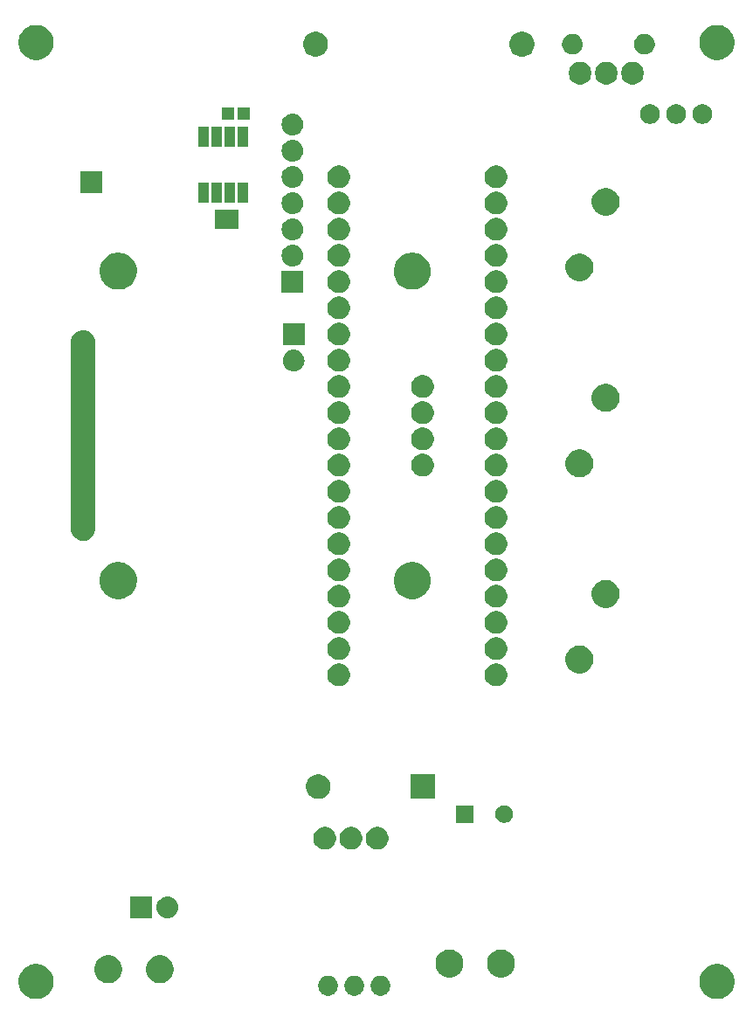
<source format=gbs>
G04 #@! TF.GenerationSoftware,KiCad,Pcbnew,5.0.1*
G04 #@! TF.CreationDate,2019-02-05T22:36:18+00:00*
G04 #@! TF.ProjectId,nixie_control_board,6E697869655F636F6E74726F6C5F626F,rev?*
G04 #@! TF.SameCoordinates,Original*
G04 #@! TF.FileFunction,Soldermask,Bot*
G04 #@! TF.FilePolarity,Negative*
%FSLAX46Y46*%
G04 Gerber Fmt 4.6, Leading zero omitted, Abs format (unit mm)*
G04 Created by KiCad (PCBNEW 5.0.1) date Di 05 Feb 2019 22:36:18 UTC*
%MOMM*%
%LPD*%
G01*
G04 APERTURE LIST*
%ADD10C,0.100000*%
G04 APERTURE END LIST*
D10*
G36*
X182386393Y-142343553D02*
X182495872Y-142365330D01*
X182805252Y-142493479D01*
X183083687Y-142679523D01*
X183320477Y-142916313D01*
X183506521Y-143194748D01*
X183634670Y-143504128D01*
X183700000Y-143832565D01*
X183700000Y-144167435D01*
X183634670Y-144495872D01*
X183506521Y-144805252D01*
X183320477Y-145083687D01*
X183083687Y-145320477D01*
X182805252Y-145506521D01*
X182495872Y-145634670D01*
X182386393Y-145656447D01*
X182167437Y-145700000D01*
X181832563Y-145700000D01*
X181613607Y-145656447D01*
X181504128Y-145634670D01*
X181194748Y-145506521D01*
X180916313Y-145320477D01*
X180679523Y-145083687D01*
X180493479Y-144805252D01*
X180365330Y-144495872D01*
X180300000Y-144167435D01*
X180300000Y-143832565D01*
X180365330Y-143504128D01*
X180493479Y-143194748D01*
X180679523Y-142916313D01*
X180916313Y-142679523D01*
X181194748Y-142493479D01*
X181504128Y-142365330D01*
X181613607Y-142343553D01*
X181832563Y-142300000D01*
X182167437Y-142300000D01*
X182386393Y-142343553D01*
X182386393Y-142343553D01*
G37*
G36*
X116386393Y-142343553D02*
X116495872Y-142365330D01*
X116805252Y-142493479D01*
X117083687Y-142679523D01*
X117320477Y-142916313D01*
X117506521Y-143194748D01*
X117634670Y-143504128D01*
X117700000Y-143832565D01*
X117700000Y-144167435D01*
X117634670Y-144495872D01*
X117506521Y-144805252D01*
X117320477Y-145083687D01*
X117083687Y-145320477D01*
X116805252Y-145506521D01*
X116495872Y-145634670D01*
X116386393Y-145656447D01*
X116167437Y-145700000D01*
X115832563Y-145700000D01*
X115613607Y-145656447D01*
X115504128Y-145634670D01*
X115194748Y-145506521D01*
X114916313Y-145320477D01*
X114679523Y-145083687D01*
X114493479Y-144805252D01*
X114365330Y-144495872D01*
X114300000Y-144167435D01*
X114300000Y-143832565D01*
X114365330Y-143504128D01*
X114493479Y-143194748D01*
X114679523Y-142916313D01*
X114916313Y-142679523D01*
X115194748Y-142493479D01*
X115504128Y-142365330D01*
X115613607Y-142343553D01*
X115832563Y-142300000D01*
X116167437Y-142300000D01*
X116386393Y-142343553D01*
X116386393Y-142343553D01*
G37*
G36*
X149660603Y-143474968D02*
X149660606Y-143474969D01*
X149660605Y-143474969D01*
X149835678Y-143547486D01*
X149835679Y-143547487D01*
X149993241Y-143652767D01*
X150127233Y-143786759D01*
X150127234Y-143786761D01*
X150232514Y-143944322D01*
X150254066Y-143996354D01*
X150305032Y-144119397D01*
X150342000Y-144305250D01*
X150342000Y-144494750D01*
X150305032Y-144680603D01*
X150305031Y-144680605D01*
X150232514Y-144855678D01*
X150232513Y-144855679D01*
X150127233Y-145013241D01*
X149993241Y-145147233D01*
X149913923Y-145200232D01*
X149835678Y-145252514D01*
X149700266Y-145308603D01*
X149660603Y-145325032D01*
X149474750Y-145362000D01*
X149285250Y-145362000D01*
X149099397Y-145325032D01*
X149059734Y-145308603D01*
X148924322Y-145252514D01*
X148846077Y-145200232D01*
X148766759Y-145147233D01*
X148632767Y-145013241D01*
X148527487Y-144855679D01*
X148527486Y-144855678D01*
X148454969Y-144680605D01*
X148454968Y-144680603D01*
X148418000Y-144494750D01*
X148418000Y-144305250D01*
X148454968Y-144119397D01*
X148505934Y-143996354D01*
X148527486Y-143944322D01*
X148632766Y-143786761D01*
X148632767Y-143786759D01*
X148766759Y-143652767D01*
X148924321Y-143547487D01*
X148924322Y-143547486D01*
X149099395Y-143474969D01*
X149099394Y-143474969D01*
X149099397Y-143474968D01*
X149285250Y-143438000D01*
X149474750Y-143438000D01*
X149660603Y-143474968D01*
X149660603Y-143474968D01*
G37*
G36*
X147120603Y-143474968D02*
X147120606Y-143474969D01*
X147120605Y-143474969D01*
X147295678Y-143547486D01*
X147295679Y-143547487D01*
X147453241Y-143652767D01*
X147587233Y-143786759D01*
X147587234Y-143786761D01*
X147692514Y-143944322D01*
X147714066Y-143996354D01*
X147765032Y-144119397D01*
X147802000Y-144305250D01*
X147802000Y-144494750D01*
X147765032Y-144680603D01*
X147765031Y-144680605D01*
X147692514Y-144855678D01*
X147692513Y-144855679D01*
X147587233Y-145013241D01*
X147453241Y-145147233D01*
X147373923Y-145200232D01*
X147295678Y-145252514D01*
X147160266Y-145308603D01*
X147120603Y-145325032D01*
X146934750Y-145362000D01*
X146745250Y-145362000D01*
X146559397Y-145325032D01*
X146519734Y-145308603D01*
X146384322Y-145252514D01*
X146306077Y-145200232D01*
X146226759Y-145147233D01*
X146092767Y-145013241D01*
X145987487Y-144855679D01*
X145987486Y-144855678D01*
X145914969Y-144680605D01*
X145914968Y-144680603D01*
X145878000Y-144494750D01*
X145878000Y-144305250D01*
X145914968Y-144119397D01*
X145965934Y-143996354D01*
X145987486Y-143944322D01*
X146092766Y-143786761D01*
X146092767Y-143786759D01*
X146226759Y-143652767D01*
X146384321Y-143547487D01*
X146384322Y-143547486D01*
X146559395Y-143474969D01*
X146559394Y-143474969D01*
X146559397Y-143474968D01*
X146745250Y-143438000D01*
X146934750Y-143438000D01*
X147120603Y-143474968D01*
X147120603Y-143474968D01*
G37*
G36*
X144580603Y-143474968D02*
X144580606Y-143474969D01*
X144580605Y-143474969D01*
X144755678Y-143547486D01*
X144755679Y-143547487D01*
X144913241Y-143652767D01*
X145047233Y-143786759D01*
X145047234Y-143786761D01*
X145152514Y-143944322D01*
X145174066Y-143996354D01*
X145225032Y-144119397D01*
X145262000Y-144305250D01*
X145262000Y-144494750D01*
X145225032Y-144680603D01*
X145225031Y-144680605D01*
X145152514Y-144855678D01*
X145152513Y-144855679D01*
X145047233Y-145013241D01*
X144913241Y-145147233D01*
X144833923Y-145200232D01*
X144755678Y-145252514D01*
X144620266Y-145308603D01*
X144580603Y-145325032D01*
X144394750Y-145362000D01*
X144205250Y-145362000D01*
X144019397Y-145325032D01*
X143979734Y-145308603D01*
X143844322Y-145252514D01*
X143766077Y-145200232D01*
X143686759Y-145147233D01*
X143552767Y-145013241D01*
X143447487Y-144855679D01*
X143447486Y-144855678D01*
X143374969Y-144680605D01*
X143374968Y-144680603D01*
X143338000Y-144494750D01*
X143338000Y-144305250D01*
X143374968Y-144119397D01*
X143425934Y-143996354D01*
X143447486Y-143944322D01*
X143552766Y-143786761D01*
X143552767Y-143786759D01*
X143686759Y-143652767D01*
X143844321Y-143547487D01*
X143844322Y-143547486D01*
X144019395Y-143474969D01*
X144019394Y-143474969D01*
X144019397Y-143474968D01*
X144205250Y-143438000D01*
X144394750Y-143438000D01*
X144580603Y-143474968D01*
X144580603Y-143474968D01*
G37*
G36*
X128393778Y-141501879D02*
X128639466Y-141603646D01*
X128860578Y-141751389D01*
X129048611Y-141939422D01*
X129196354Y-142160534D01*
X129298121Y-142406222D01*
X129350000Y-142667035D01*
X129350000Y-142932965D01*
X129298121Y-143193778D01*
X129196354Y-143439466D01*
X129048611Y-143660578D01*
X128860578Y-143848611D01*
X128639466Y-143996354D01*
X128393778Y-144098121D01*
X128132965Y-144150000D01*
X127867035Y-144150000D01*
X127606222Y-144098121D01*
X127360534Y-143996354D01*
X127139422Y-143848611D01*
X126951389Y-143660578D01*
X126803646Y-143439466D01*
X126701879Y-143193778D01*
X126650000Y-142932965D01*
X126650000Y-142667035D01*
X126701879Y-142406222D01*
X126803646Y-142160534D01*
X126951389Y-141939422D01*
X127139422Y-141751389D01*
X127360534Y-141603646D01*
X127606222Y-141501879D01*
X127867035Y-141450000D01*
X128132965Y-141450000D01*
X128393778Y-141501879D01*
X128393778Y-141501879D01*
G37*
G36*
X123393778Y-141501879D02*
X123639466Y-141603646D01*
X123860578Y-141751389D01*
X124048611Y-141939422D01*
X124196354Y-142160534D01*
X124298121Y-142406222D01*
X124350000Y-142667035D01*
X124350000Y-142932965D01*
X124298121Y-143193778D01*
X124196354Y-143439466D01*
X124048611Y-143660578D01*
X123860578Y-143848611D01*
X123639466Y-143996354D01*
X123393778Y-144098121D01*
X123132965Y-144150000D01*
X122867035Y-144150000D01*
X122606222Y-144098121D01*
X122360534Y-143996354D01*
X122139422Y-143848611D01*
X121951389Y-143660578D01*
X121803646Y-143439466D01*
X121701879Y-143193778D01*
X121650000Y-142932965D01*
X121650000Y-142667035D01*
X121701879Y-142406222D01*
X121803646Y-142160534D01*
X121951389Y-141939422D01*
X122139422Y-141751389D01*
X122360534Y-141603646D01*
X122606222Y-141501879D01*
X122867035Y-141450000D01*
X123132965Y-141450000D01*
X123393778Y-141501879D01*
X123393778Y-141501879D01*
G37*
G36*
X161463778Y-140941879D02*
X161709466Y-141043646D01*
X161930578Y-141191389D01*
X162118611Y-141379422D01*
X162266354Y-141600534D01*
X162368121Y-141846222D01*
X162420000Y-142107035D01*
X162420000Y-142372965D01*
X162368121Y-142633778D01*
X162266354Y-142879466D01*
X162118611Y-143100578D01*
X161930578Y-143288611D01*
X161709466Y-143436354D01*
X161463778Y-143538121D01*
X161202965Y-143590000D01*
X160937035Y-143590000D01*
X160676222Y-143538121D01*
X160430534Y-143436354D01*
X160209422Y-143288611D01*
X160021389Y-143100578D01*
X159873646Y-142879466D01*
X159771879Y-142633778D01*
X159720000Y-142372965D01*
X159720000Y-142107035D01*
X159771879Y-141846222D01*
X159873646Y-141600534D01*
X160021389Y-141379422D01*
X160209422Y-141191389D01*
X160430534Y-141043646D01*
X160676222Y-140941879D01*
X160937035Y-140890000D01*
X161202965Y-140890000D01*
X161463778Y-140941879D01*
X161463778Y-140941879D01*
G37*
G36*
X156463778Y-140941879D02*
X156709466Y-141043646D01*
X156930578Y-141191389D01*
X157118611Y-141379422D01*
X157266354Y-141600534D01*
X157368121Y-141846222D01*
X157420000Y-142107035D01*
X157420000Y-142372965D01*
X157368121Y-142633778D01*
X157266354Y-142879466D01*
X157118611Y-143100578D01*
X156930578Y-143288611D01*
X156709466Y-143436354D01*
X156463778Y-143538121D01*
X156202965Y-143590000D01*
X155937035Y-143590000D01*
X155676222Y-143538121D01*
X155430534Y-143436354D01*
X155209422Y-143288611D01*
X155021389Y-143100578D01*
X154873646Y-142879466D01*
X154771879Y-142633778D01*
X154720000Y-142372965D01*
X154720000Y-142107035D01*
X154771879Y-141846222D01*
X154873646Y-141600534D01*
X155021389Y-141379422D01*
X155209422Y-141191389D01*
X155430534Y-141043646D01*
X155676222Y-140941879D01*
X155937035Y-140890000D01*
X156202965Y-140890000D01*
X156463778Y-140941879D01*
X156463778Y-140941879D01*
G37*
G36*
X127250000Y-137850000D02*
X125150000Y-137850000D01*
X125150000Y-135750000D01*
X127250000Y-135750000D01*
X127250000Y-137850000D01*
X127250000Y-137850000D01*
G37*
G36*
X128868707Y-135757596D02*
X128945836Y-135765193D01*
X129077787Y-135805220D01*
X129143763Y-135825233D01*
X129326172Y-135922733D01*
X129486054Y-136053946D01*
X129617267Y-136213828D01*
X129714767Y-136396237D01*
X129714767Y-136396238D01*
X129774807Y-136594164D01*
X129795080Y-136800000D01*
X129774807Y-137005836D01*
X129734780Y-137137787D01*
X129714767Y-137203763D01*
X129617267Y-137386172D01*
X129486054Y-137546054D01*
X129326172Y-137677267D01*
X129143763Y-137774767D01*
X129077787Y-137794780D01*
X128945836Y-137834807D01*
X128868707Y-137842404D01*
X128791580Y-137850000D01*
X128688420Y-137850000D01*
X128611293Y-137842404D01*
X128534164Y-137834807D01*
X128402213Y-137794780D01*
X128336237Y-137774767D01*
X128153828Y-137677267D01*
X127993946Y-137546054D01*
X127862733Y-137386172D01*
X127765233Y-137203763D01*
X127745220Y-137137787D01*
X127705193Y-137005836D01*
X127684920Y-136800000D01*
X127705193Y-136594164D01*
X127765233Y-136396238D01*
X127765233Y-136396237D01*
X127862733Y-136213828D01*
X127993946Y-136053946D01*
X128153828Y-135922733D01*
X128336237Y-135825233D01*
X128402213Y-135805220D01*
X128534164Y-135765193D01*
X128611293Y-135757596D01*
X128688420Y-135750000D01*
X128791580Y-135750000D01*
X128868707Y-135757596D01*
X128868707Y-135757596D01*
G37*
G36*
X149390857Y-129052272D02*
X149591042Y-129135191D01*
X149771213Y-129255578D01*
X149924422Y-129408787D01*
X150044809Y-129588958D01*
X150127728Y-129789143D01*
X150170000Y-130001658D01*
X150170000Y-130218342D01*
X150127728Y-130430857D01*
X150044809Y-130631042D01*
X149924422Y-130811213D01*
X149771213Y-130964422D01*
X149591042Y-131084809D01*
X149390857Y-131167728D01*
X149178342Y-131210000D01*
X148961658Y-131210000D01*
X148749143Y-131167728D01*
X148548958Y-131084809D01*
X148368787Y-130964422D01*
X148215578Y-130811213D01*
X148095191Y-130631042D01*
X148012272Y-130430857D01*
X147970000Y-130218342D01*
X147970000Y-130001658D01*
X148012272Y-129789143D01*
X148095191Y-129588958D01*
X148215578Y-129408787D01*
X148368787Y-129255578D01*
X148548958Y-129135191D01*
X148749143Y-129052272D01*
X148961658Y-129010000D01*
X149178342Y-129010000D01*
X149390857Y-129052272D01*
X149390857Y-129052272D01*
G37*
G36*
X146850857Y-129052272D02*
X147051042Y-129135191D01*
X147231213Y-129255578D01*
X147384422Y-129408787D01*
X147504809Y-129588958D01*
X147587728Y-129789143D01*
X147630000Y-130001658D01*
X147630000Y-130218342D01*
X147587728Y-130430857D01*
X147504809Y-130631042D01*
X147384422Y-130811213D01*
X147231213Y-130964422D01*
X147051042Y-131084809D01*
X146850857Y-131167728D01*
X146638342Y-131210000D01*
X146421658Y-131210000D01*
X146209143Y-131167728D01*
X146008958Y-131084809D01*
X145828787Y-130964422D01*
X145675578Y-130811213D01*
X145555191Y-130631042D01*
X145472272Y-130430857D01*
X145430000Y-130218342D01*
X145430000Y-130001658D01*
X145472272Y-129789143D01*
X145555191Y-129588958D01*
X145675578Y-129408787D01*
X145828787Y-129255578D01*
X146008958Y-129135191D01*
X146209143Y-129052272D01*
X146421658Y-129010000D01*
X146638342Y-129010000D01*
X146850857Y-129052272D01*
X146850857Y-129052272D01*
G37*
G36*
X144310857Y-129052272D02*
X144511042Y-129135191D01*
X144691213Y-129255578D01*
X144844422Y-129408787D01*
X144964809Y-129588958D01*
X145047728Y-129789143D01*
X145090000Y-130001658D01*
X145090000Y-130218342D01*
X145047728Y-130430857D01*
X144964809Y-130631042D01*
X144844422Y-130811213D01*
X144691213Y-130964422D01*
X144511042Y-131084809D01*
X144310857Y-131167728D01*
X144098342Y-131210000D01*
X143881658Y-131210000D01*
X143669143Y-131167728D01*
X143468958Y-131084809D01*
X143288787Y-130964422D01*
X143135578Y-130811213D01*
X143015191Y-130631042D01*
X142932272Y-130430857D01*
X142890000Y-130218342D01*
X142890000Y-130001658D01*
X142932272Y-129789143D01*
X143015191Y-129588958D01*
X143135578Y-129408787D01*
X143288787Y-129255578D01*
X143468958Y-129135191D01*
X143669143Y-129052272D01*
X143881658Y-129010000D01*
X144098342Y-129010000D01*
X144310857Y-129052272D01*
X144310857Y-129052272D01*
G37*
G36*
X158424000Y-128616000D02*
X156724000Y-128616000D01*
X156724000Y-126916000D01*
X158424000Y-126916000D01*
X158424000Y-128616000D01*
X158424000Y-128616000D01*
G37*
G36*
X161621934Y-126948664D02*
X161776627Y-127012740D01*
X161915847Y-127105764D01*
X162034236Y-127224153D01*
X162127260Y-127363373D01*
X162191336Y-127518066D01*
X162224000Y-127682281D01*
X162224000Y-127849719D01*
X162191336Y-128013934D01*
X162127260Y-128168627D01*
X162034236Y-128307847D01*
X161915847Y-128426236D01*
X161776627Y-128519260D01*
X161621934Y-128583336D01*
X161457719Y-128616000D01*
X161290281Y-128616000D01*
X161126066Y-128583336D01*
X160971373Y-128519260D01*
X160832153Y-128426236D01*
X160713764Y-128307847D01*
X160620740Y-128168627D01*
X160556664Y-128013934D01*
X160524000Y-127849719D01*
X160524000Y-127682281D01*
X160556664Y-127518066D01*
X160620740Y-127363373D01*
X160713764Y-127224153D01*
X160832153Y-127105764D01*
X160971373Y-127012740D01*
X161126066Y-126948664D01*
X161290281Y-126916000D01*
X161457719Y-126916000D01*
X161621934Y-126948664D01*
X161621934Y-126948664D01*
G37*
G36*
X143699876Y-123956605D02*
X143918172Y-124047026D01*
X144114633Y-124178297D01*
X144281703Y-124345367D01*
X144412974Y-124541828D01*
X144503395Y-124760124D01*
X144549490Y-124991859D01*
X144549490Y-125228141D01*
X144503395Y-125459876D01*
X144412974Y-125678172D01*
X144281703Y-125874633D01*
X144114633Y-126041703D01*
X143918172Y-126172974D01*
X143699876Y-126263395D01*
X143468141Y-126309490D01*
X143231859Y-126309490D01*
X143000124Y-126263395D01*
X142781828Y-126172974D01*
X142585367Y-126041703D01*
X142418297Y-125874633D01*
X142287026Y-125678172D01*
X142196605Y-125459876D01*
X142150510Y-125228141D01*
X142150510Y-124991859D01*
X142196605Y-124760124D01*
X142287026Y-124541828D01*
X142418297Y-124345367D01*
X142585367Y-124178297D01*
X142781828Y-124047026D01*
X143000124Y-123956605D01*
X143231859Y-123910510D01*
X143468141Y-123910510D01*
X143699876Y-123956605D01*
X143699876Y-123956605D01*
G37*
G36*
X154709490Y-126309490D02*
X152310510Y-126309490D01*
X152310510Y-123910510D01*
X154709490Y-123910510D01*
X154709490Y-126309490D01*
X154709490Y-126309490D01*
G37*
G36*
X145680857Y-113222272D02*
X145881042Y-113305191D01*
X145881045Y-113305193D01*
X146054581Y-113421146D01*
X146061213Y-113425578D01*
X146214422Y-113578787D01*
X146214424Y-113578790D01*
X146214425Y-113578791D01*
X146256069Y-113641116D01*
X146334809Y-113758958D01*
X146417728Y-113959143D01*
X146460000Y-114171658D01*
X146460000Y-114388342D01*
X146417728Y-114600857D01*
X146334809Y-114801042D01*
X146214422Y-114981213D01*
X146061213Y-115134422D01*
X145881042Y-115254809D01*
X145680857Y-115337728D01*
X145468342Y-115380000D01*
X145251658Y-115380000D01*
X145039143Y-115337728D01*
X144838958Y-115254809D01*
X144658787Y-115134422D01*
X144505578Y-114981213D01*
X144385191Y-114801042D01*
X144302272Y-114600857D01*
X144260000Y-114388342D01*
X144260000Y-114171658D01*
X144302272Y-113959143D01*
X144385191Y-113758958D01*
X144463931Y-113641116D01*
X144505575Y-113578791D01*
X144505576Y-113578790D01*
X144505578Y-113578787D01*
X144658787Y-113425578D01*
X144665420Y-113421146D01*
X144838955Y-113305193D01*
X144838958Y-113305191D01*
X145039143Y-113222272D01*
X145251658Y-113180000D01*
X145468342Y-113180000D01*
X145680857Y-113222272D01*
X145680857Y-113222272D01*
G37*
G36*
X160920857Y-113222272D02*
X161121042Y-113305191D01*
X161121045Y-113305193D01*
X161294581Y-113421146D01*
X161301213Y-113425578D01*
X161454422Y-113578787D01*
X161454424Y-113578790D01*
X161454425Y-113578791D01*
X161496069Y-113641116D01*
X161574809Y-113758958D01*
X161657728Y-113959143D01*
X161700000Y-114171658D01*
X161700000Y-114388342D01*
X161657728Y-114600857D01*
X161574809Y-114801042D01*
X161454422Y-114981213D01*
X161301213Y-115134422D01*
X161121042Y-115254809D01*
X160920857Y-115337728D01*
X160708342Y-115380000D01*
X160491658Y-115380000D01*
X160279143Y-115337728D01*
X160078958Y-115254809D01*
X159898787Y-115134422D01*
X159745578Y-114981213D01*
X159625191Y-114801042D01*
X159542272Y-114600857D01*
X159500000Y-114388342D01*
X159500000Y-114171658D01*
X159542272Y-113959143D01*
X159625191Y-113758958D01*
X159703931Y-113641116D01*
X159745575Y-113578791D01*
X159745576Y-113578790D01*
X159745578Y-113578787D01*
X159898787Y-113425578D01*
X159905420Y-113421146D01*
X160078955Y-113305193D01*
X160078958Y-113305191D01*
X160279143Y-113222272D01*
X160491658Y-113180000D01*
X160708342Y-113180000D01*
X160920857Y-113222272D01*
X160920857Y-113222272D01*
G37*
G36*
X169061738Y-111493610D02*
X169306146Y-111594847D01*
X169526116Y-111741827D01*
X169713173Y-111928884D01*
X169860153Y-112148854D01*
X169961390Y-112393262D01*
X170013000Y-112652725D01*
X170013000Y-112917275D01*
X169961390Y-113176738D01*
X169860153Y-113421146D01*
X169860151Y-113421149D01*
X169754818Y-113578791D01*
X169713173Y-113641116D01*
X169526116Y-113828173D01*
X169306146Y-113975153D01*
X169061738Y-114076390D01*
X168802275Y-114128000D01*
X168537725Y-114128000D01*
X168278262Y-114076390D01*
X168033854Y-113975153D01*
X167813884Y-113828173D01*
X167626827Y-113641116D01*
X167585183Y-113578791D01*
X167479849Y-113421149D01*
X167479847Y-113421146D01*
X167378610Y-113176738D01*
X167327000Y-112917275D01*
X167327000Y-112652725D01*
X167378610Y-112393262D01*
X167479847Y-112148854D01*
X167626827Y-111928884D01*
X167813884Y-111741827D01*
X168033854Y-111594847D01*
X168278262Y-111493610D01*
X168537725Y-111442000D01*
X168802275Y-111442000D01*
X169061738Y-111493610D01*
X169061738Y-111493610D01*
G37*
G36*
X145680857Y-110682272D02*
X145881042Y-110765191D01*
X146061213Y-110885578D01*
X146214422Y-111038787D01*
X146334809Y-111218958D01*
X146417728Y-111419143D01*
X146460000Y-111631658D01*
X146460000Y-111848342D01*
X146417728Y-112060857D01*
X146334809Y-112261042D01*
X146214422Y-112441213D01*
X146061213Y-112594422D01*
X146061210Y-112594424D01*
X146061209Y-112594425D01*
X145881045Y-112714807D01*
X145881042Y-112714809D01*
X145680857Y-112797728D01*
X145468342Y-112840000D01*
X145251658Y-112840000D01*
X145039143Y-112797728D01*
X144838958Y-112714809D01*
X144838955Y-112714807D01*
X144658791Y-112594425D01*
X144658790Y-112594424D01*
X144658787Y-112594422D01*
X144505578Y-112441213D01*
X144385191Y-112261042D01*
X144302272Y-112060857D01*
X144260000Y-111848342D01*
X144260000Y-111631658D01*
X144302272Y-111419143D01*
X144385191Y-111218958D01*
X144505578Y-111038787D01*
X144658787Y-110885578D01*
X144838958Y-110765191D01*
X145039143Y-110682272D01*
X145251658Y-110640000D01*
X145468342Y-110640000D01*
X145680857Y-110682272D01*
X145680857Y-110682272D01*
G37*
G36*
X160920857Y-110682272D02*
X161121042Y-110765191D01*
X161301213Y-110885578D01*
X161454422Y-111038787D01*
X161574809Y-111218958D01*
X161657728Y-111419143D01*
X161700000Y-111631658D01*
X161700000Y-111848342D01*
X161657728Y-112060857D01*
X161574809Y-112261042D01*
X161454422Y-112441213D01*
X161301213Y-112594422D01*
X161301210Y-112594424D01*
X161301209Y-112594425D01*
X161121045Y-112714807D01*
X161121042Y-112714809D01*
X160920857Y-112797728D01*
X160708342Y-112840000D01*
X160491658Y-112840000D01*
X160279143Y-112797728D01*
X160078958Y-112714809D01*
X160078955Y-112714807D01*
X159898791Y-112594425D01*
X159898790Y-112594424D01*
X159898787Y-112594422D01*
X159745578Y-112441213D01*
X159625191Y-112261042D01*
X159542272Y-112060857D01*
X159500000Y-111848342D01*
X159500000Y-111631658D01*
X159542272Y-111419143D01*
X159625191Y-111218958D01*
X159745578Y-111038787D01*
X159898787Y-110885578D01*
X160078958Y-110765191D01*
X160279143Y-110682272D01*
X160491658Y-110640000D01*
X160708342Y-110640000D01*
X160920857Y-110682272D01*
X160920857Y-110682272D01*
G37*
G36*
X145680857Y-108142272D02*
X145881042Y-108225191D01*
X146061213Y-108345578D01*
X146214422Y-108498787D01*
X146334809Y-108678958D01*
X146417728Y-108879143D01*
X146460000Y-109091658D01*
X146460000Y-109308342D01*
X146417728Y-109520857D01*
X146334809Y-109721042D01*
X146214422Y-109901213D01*
X146061213Y-110054422D01*
X145881042Y-110174809D01*
X145680857Y-110257728D01*
X145468342Y-110300000D01*
X145251658Y-110300000D01*
X145039143Y-110257728D01*
X144838958Y-110174809D01*
X144658787Y-110054422D01*
X144505578Y-109901213D01*
X144385191Y-109721042D01*
X144302272Y-109520857D01*
X144260000Y-109308342D01*
X144260000Y-109091658D01*
X144302272Y-108879143D01*
X144385191Y-108678958D01*
X144505578Y-108498787D01*
X144658787Y-108345578D01*
X144838958Y-108225191D01*
X145039143Y-108142272D01*
X145251658Y-108100000D01*
X145468342Y-108100000D01*
X145680857Y-108142272D01*
X145680857Y-108142272D01*
G37*
G36*
X160920857Y-108142272D02*
X161121042Y-108225191D01*
X161301213Y-108345578D01*
X161454422Y-108498787D01*
X161574809Y-108678958D01*
X161657728Y-108879143D01*
X161700000Y-109091658D01*
X161700000Y-109308342D01*
X161657728Y-109520857D01*
X161574809Y-109721042D01*
X161454422Y-109901213D01*
X161301213Y-110054422D01*
X161121042Y-110174809D01*
X160920857Y-110257728D01*
X160708342Y-110300000D01*
X160491658Y-110300000D01*
X160279143Y-110257728D01*
X160078958Y-110174809D01*
X159898787Y-110054422D01*
X159745578Y-109901213D01*
X159625191Y-109721042D01*
X159542272Y-109520857D01*
X159500000Y-109308342D01*
X159500000Y-109091658D01*
X159542272Y-108879143D01*
X159625191Y-108678958D01*
X159745578Y-108498787D01*
X159898787Y-108345578D01*
X160078958Y-108225191D01*
X160279143Y-108142272D01*
X160491658Y-108100000D01*
X160708342Y-108100000D01*
X160920857Y-108142272D01*
X160920857Y-108142272D01*
G37*
G36*
X171601738Y-105143610D02*
X171846146Y-105244847D01*
X172066116Y-105391827D01*
X172253173Y-105578884D01*
X172253175Y-105578887D01*
X172253176Y-105578888D01*
X172324207Y-105685193D01*
X172400153Y-105798854D01*
X172501390Y-106043262D01*
X172553000Y-106302725D01*
X172553000Y-106567275D01*
X172501390Y-106826738D01*
X172400153Y-107071146D01*
X172400151Y-107071149D01*
X172326721Y-107181045D01*
X172253173Y-107291116D01*
X172066116Y-107478173D01*
X172066113Y-107478175D01*
X172066112Y-107478176D01*
X171846149Y-107625151D01*
X171846146Y-107625153D01*
X171601738Y-107726390D01*
X171342275Y-107778000D01*
X171077725Y-107778000D01*
X170818262Y-107726390D01*
X170573854Y-107625153D01*
X170573851Y-107625151D01*
X170353888Y-107478176D01*
X170353887Y-107478175D01*
X170353884Y-107478173D01*
X170166827Y-107291116D01*
X170093280Y-107181045D01*
X170019849Y-107071149D01*
X170019847Y-107071146D01*
X169918610Y-106826738D01*
X169867000Y-106567275D01*
X169867000Y-106302725D01*
X169918610Y-106043262D01*
X170019847Y-105798854D01*
X170095793Y-105685193D01*
X170166824Y-105578888D01*
X170166825Y-105578887D01*
X170166827Y-105578884D01*
X170353884Y-105391827D01*
X170573854Y-105244847D01*
X170818262Y-105143610D01*
X171077725Y-105092000D01*
X171342275Y-105092000D01*
X171601738Y-105143610D01*
X171601738Y-105143610D01*
G37*
G36*
X145680857Y-105602272D02*
X145881042Y-105685191D01*
X145881045Y-105685193D01*
X146051146Y-105798851D01*
X146061213Y-105805578D01*
X146214422Y-105958787D01*
X146214424Y-105958790D01*
X146214425Y-105958791D01*
X146270866Y-106043261D01*
X146334809Y-106138958D01*
X146417728Y-106339143D01*
X146460000Y-106551658D01*
X146460000Y-106768342D01*
X146417728Y-106980857D01*
X146334809Y-107181042D01*
X146214422Y-107361213D01*
X146061213Y-107514422D01*
X145881042Y-107634809D01*
X145680857Y-107717728D01*
X145468342Y-107760000D01*
X145251658Y-107760000D01*
X145039143Y-107717728D01*
X144838958Y-107634809D01*
X144658787Y-107514422D01*
X144505578Y-107361213D01*
X144385191Y-107181042D01*
X144302272Y-106980857D01*
X144260000Y-106768342D01*
X144260000Y-106551658D01*
X144302272Y-106339143D01*
X144385191Y-106138958D01*
X144449134Y-106043261D01*
X144505575Y-105958791D01*
X144505576Y-105958790D01*
X144505578Y-105958787D01*
X144658787Y-105805578D01*
X144668855Y-105798851D01*
X144838955Y-105685193D01*
X144838958Y-105685191D01*
X145039143Y-105602272D01*
X145251658Y-105560000D01*
X145468342Y-105560000D01*
X145680857Y-105602272D01*
X145680857Y-105602272D01*
G37*
G36*
X160920857Y-105602272D02*
X161121042Y-105685191D01*
X161121045Y-105685193D01*
X161291146Y-105798851D01*
X161301213Y-105805578D01*
X161454422Y-105958787D01*
X161454424Y-105958790D01*
X161454425Y-105958791D01*
X161510866Y-106043261D01*
X161574809Y-106138958D01*
X161657728Y-106339143D01*
X161700000Y-106551658D01*
X161700000Y-106768342D01*
X161657728Y-106980857D01*
X161574809Y-107181042D01*
X161454422Y-107361213D01*
X161301213Y-107514422D01*
X161121042Y-107634809D01*
X160920857Y-107717728D01*
X160708342Y-107760000D01*
X160491658Y-107760000D01*
X160279143Y-107717728D01*
X160078958Y-107634809D01*
X159898787Y-107514422D01*
X159745578Y-107361213D01*
X159625191Y-107181042D01*
X159542272Y-106980857D01*
X159500000Y-106768342D01*
X159500000Y-106551658D01*
X159542272Y-106339143D01*
X159625191Y-106138958D01*
X159689134Y-106043261D01*
X159745575Y-105958791D01*
X159745576Y-105958790D01*
X159745578Y-105958787D01*
X159898787Y-105805578D01*
X159908855Y-105798851D01*
X160078955Y-105685193D01*
X160078958Y-105685191D01*
X160279143Y-105602272D01*
X160491658Y-105560000D01*
X160708342Y-105560000D01*
X160920857Y-105602272D01*
X160920857Y-105602272D01*
G37*
G36*
X124379122Y-103396115D02*
X124495041Y-103419173D01*
X124822620Y-103554861D01*
X125113511Y-103749228D01*
X125117436Y-103751851D01*
X125368149Y-104002564D01*
X125368151Y-104002567D01*
X125519009Y-104228341D01*
X125565140Y-104297382D01*
X125700827Y-104624960D01*
X125770000Y-104972714D01*
X125770000Y-105327286D01*
X125757162Y-105391827D01*
X125700827Y-105675041D01*
X125565139Y-106002620D01*
X125537983Y-106043262D01*
X125368149Y-106297436D01*
X125117436Y-106548149D01*
X125117433Y-106548151D01*
X124822620Y-106745139D01*
X124495041Y-106880827D01*
X124379122Y-106903885D01*
X124147286Y-106950000D01*
X123792714Y-106950000D01*
X123560878Y-106903885D01*
X123444959Y-106880827D01*
X123117380Y-106745139D01*
X122822567Y-106548151D01*
X122822564Y-106548149D01*
X122571851Y-106297436D01*
X122402017Y-106043262D01*
X122374861Y-106002620D01*
X122239173Y-105675041D01*
X122182838Y-105391827D01*
X122170000Y-105327286D01*
X122170000Y-104972714D01*
X122239173Y-104624960D01*
X122374860Y-104297382D01*
X122420992Y-104228341D01*
X122571849Y-104002567D01*
X122571851Y-104002564D01*
X122822564Y-103751851D01*
X122826489Y-103749228D01*
X123117380Y-103554861D01*
X123444959Y-103419173D01*
X123560878Y-103396115D01*
X123792714Y-103350000D01*
X124147286Y-103350000D01*
X124379122Y-103396115D01*
X124379122Y-103396115D01*
G37*
G36*
X152879122Y-103396115D02*
X152995041Y-103419173D01*
X153322620Y-103554861D01*
X153613511Y-103749228D01*
X153617436Y-103751851D01*
X153868149Y-104002564D01*
X153868151Y-104002567D01*
X154019009Y-104228341D01*
X154065140Y-104297382D01*
X154200827Y-104624960D01*
X154270000Y-104972714D01*
X154270000Y-105327286D01*
X154257162Y-105391827D01*
X154200827Y-105675041D01*
X154065139Y-106002620D01*
X154037983Y-106043262D01*
X153868149Y-106297436D01*
X153617436Y-106548149D01*
X153617433Y-106548151D01*
X153322620Y-106745139D01*
X152995041Y-106880827D01*
X152879122Y-106903885D01*
X152647286Y-106950000D01*
X152292714Y-106950000D01*
X152060878Y-106903885D01*
X151944959Y-106880827D01*
X151617380Y-106745139D01*
X151322567Y-106548151D01*
X151322564Y-106548149D01*
X151071851Y-106297436D01*
X150902017Y-106043262D01*
X150874861Y-106002620D01*
X150739173Y-105675041D01*
X150682838Y-105391827D01*
X150670000Y-105327286D01*
X150670000Y-104972714D01*
X150739173Y-104624960D01*
X150874860Y-104297382D01*
X150920992Y-104228341D01*
X151071849Y-104002567D01*
X151071851Y-104002564D01*
X151322564Y-103751851D01*
X151326489Y-103749228D01*
X151617380Y-103554861D01*
X151944959Y-103419173D01*
X152060878Y-103396115D01*
X152292714Y-103350000D01*
X152647286Y-103350000D01*
X152879122Y-103396115D01*
X152879122Y-103396115D01*
G37*
G36*
X160920857Y-103062272D02*
X161121042Y-103145191D01*
X161301213Y-103265578D01*
X161454422Y-103418787D01*
X161574809Y-103598958D01*
X161657728Y-103799143D01*
X161700000Y-104011658D01*
X161700000Y-104228342D01*
X161657728Y-104440857D01*
X161574809Y-104641042D01*
X161454422Y-104821213D01*
X161301213Y-104974422D01*
X161121042Y-105094809D01*
X160920857Y-105177728D01*
X160708342Y-105220000D01*
X160491658Y-105220000D01*
X160279143Y-105177728D01*
X160078958Y-105094809D01*
X159898787Y-104974422D01*
X159745578Y-104821213D01*
X159625191Y-104641042D01*
X159542272Y-104440857D01*
X159500000Y-104228342D01*
X159500000Y-104011658D01*
X159542272Y-103799143D01*
X159625191Y-103598958D01*
X159745578Y-103418787D01*
X159898787Y-103265578D01*
X160078958Y-103145191D01*
X160279143Y-103062272D01*
X160491658Y-103020000D01*
X160708342Y-103020000D01*
X160920857Y-103062272D01*
X160920857Y-103062272D01*
G37*
G36*
X145680857Y-103062272D02*
X145881042Y-103145191D01*
X146061213Y-103265578D01*
X146214422Y-103418787D01*
X146334809Y-103598958D01*
X146417728Y-103799143D01*
X146460000Y-104011658D01*
X146460000Y-104228342D01*
X146417728Y-104440857D01*
X146334809Y-104641042D01*
X146214422Y-104821213D01*
X146061213Y-104974422D01*
X145881042Y-105094809D01*
X145680857Y-105177728D01*
X145468342Y-105220000D01*
X145251658Y-105220000D01*
X145039143Y-105177728D01*
X144838958Y-105094809D01*
X144658787Y-104974422D01*
X144505578Y-104821213D01*
X144385191Y-104641042D01*
X144302272Y-104440857D01*
X144260000Y-104228342D01*
X144260000Y-104011658D01*
X144302272Y-103799143D01*
X144385191Y-103598958D01*
X144505578Y-103418787D01*
X144658787Y-103265578D01*
X144838958Y-103145191D01*
X145039143Y-103062272D01*
X145251658Y-103020000D01*
X145468342Y-103020000D01*
X145680857Y-103062272D01*
X145680857Y-103062272D01*
G37*
G36*
X160920857Y-100522272D02*
X161121042Y-100605191D01*
X161301213Y-100725578D01*
X161454422Y-100878787D01*
X161574809Y-101058958D01*
X161657728Y-101259143D01*
X161700000Y-101471658D01*
X161700000Y-101688342D01*
X161657728Y-101900857D01*
X161574809Y-102101042D01*
X161454422Y-102281213D01*
X161301213Y-102434422D01*
X161121042Y-102554809D01*
X160920857Y-102637728D01*
X160708342Y-102680000D01*
X160491658Y-102680000D01*
X160279143Y-102637728D01*
X160078958Y-102554809D01*
X159898787Y-102434422D01*
X159745578Y-102281213D01*
X159625191Y-102101042D01*
X159542272Y-101900857D01*
X159500000Y-101688342D01*
X159500000Y-101471658D01*
X159542272Y-101259143D01*
X159625191Y-101058958D01*
X159745578Y-100878787D01*
X159898787Y-100725578D01*
X160078958Y-100605191D01*
X160279143Y-100522272D01*
X160491658Y-100480000D01*
X160708342Y-100480000D01*
X160920857Y-100522272D01*
X160920857Y-100522272D01*
G37*
G36*
X145680857Y-100522272D02*
X145881042Y-100605191D01*
X146061213Y-100725578D01*
X146214422Y-100878787D01*
X146334809Y-101058958D01*
X146417728Y-101259143D01*
X146460000Y-101471658D01*
X146460000Y-101688342D01*
X146417728Y-101900857D01*
X146334809Y-102101042D01*
X146214422Y-102281213D01*
X146061213Y-102434422D01*
X145881042Y-102554809D01*
X145680857Y-102637728D01*
X145468342Y-102680000D01*
X145251658Y-102680000D01*
X145039143Y-102637728D01*
X144838958Y-102554809D01*
X144658787Y-102434422D01*
X144505578Y-102281213D01*
X144385191Y-102101042D01*
X144302272Y-101900857D01*
X144260000Y-101688342D01*
X144260000Y-101471658D01*
X144302272Y-101259143D01*
X144385191Y-101058958D01*
X144505578Y-100878787D01*
X144658787Y-100725578D01*
X144838958Y-100605191D01*
X145039143Y-100522272D01*
X145251658Y-100480000D01*
X145468342Y-100480000D01*
X145680857Y-100522272D01*
X145680857Y-100522272D01*
G37*
G36*
X120815240Y-80887363D02*
X121041441Y-80955981D01*
X121041443Y-80955982D01*
X121041446Y-80955983D01*
X121249905Y-81067406D01*
X121249908Y-81067408D01*
X121249909Y-81067409D01*
X121432634Y-81217366D01*
X121432635Y-81217368D01*
X121432637Y-81217369D01*
X121582592Y-81400090D01*
X121694017Y-81608553D01*
X121694017Y-81608554D01*
X121694019Y-81608558D01*
X121762637Y-81834759D01*
X121780000Y-82011050D01*
X121780000Y-100128950D01*
X121762637Y-100305241D01*
X121696800Y-100522273D01*
X121694017Y-100531447D01*
X121582592Y-100739910D01*
X121432634Y-100922634D01*
X121249910Y-101072592D01*
X121041447Y-101184017D01*
X121041444Y-101184018D01*
X121041442Y-101184019D01*
X120815241Y-101252637D01*
X120580000Y-101275806D01*
X120344760Y-101252637D01*
X120118559Y-101184019D01*
X120118557Y-101184018D01*
X120118554Y-101184017D01*
X119910091Y-101072592D01*
X119727367Y-100922634D01*
X119577409Y-100739910D01*
X119465984Y-100531447D01*
X119463201Y-100522273D01*
X119397364Y-100305241D01*
X119380001Y-100128950D01*
X119380000Y-82011051D01*
X119397363Y-81834760D01*
X119465981Y-81608559D01*
X119465982Y-81608557D01*
X119465983Y-81608554D01*
X119577406Y-81400095D01*
X119577410Y-81400090D01*
X119727366Y-81217366D01*
X119727368Y-81217365D01*
X119727369Y-81217363D01*
X119910090Y-81067408D01*
X120118553Y-80955983D01*
X120118556Y-80955982D01*
X120118558Y-80955981D01*
X120344759Y-80887363D01*
X120580000Y-80864194D01*
X120815240Y-80887363D01*
X120815240Y-80887363D01*
G37*
G36*
X145680857Y-97982272D02*
X145881042Y-98065191D01*
X146061213Y-98185578D01*
X146214422Y-98338787D01*
X146334809Y-98518958D01*
X146417728Y-98719143D01*
X146460000Y-98931658D01*
X146460000Y-99148342D01*
X146417728Y-99360857D01*
X146334809Y-99561042D01*
X146214422Y-99741213D01*
X146061213Y-99894422D01*
X145881042Y-100014809D01*
X145680857Y-100097728D01*
X145468342Y-100140000D01*
X145251658Y-100140000D01*
X145039143Y-100097728D01*
X144838958Y-100014809D01*
X144658787Y-99894422D01*
X144505578Y-99741213D01*
X144385191Y-99561042D01*
X144302272Y-99360857D01*
X144260000Y-99148342D01*
X144260000Y-98931658D01*
X144302272Y-98719143D01*
X144385191Y-98518958D01*
X144505578Y-98338787D01*
X144658787Y-98185578D01*
X144838958Y-98065191D01*
X145039143Y-97982272D01*
X145251658Y-97940000D01*
X145468342Y-97940000D01*
X145680857Y-97982272D01*
X145680857Y-97982272D01*
G37*
G36*
X160920857Y-97982272D02*
X161121042Y-98065191D01*
X161301213Y-98185578D01*
X161454422Y-98338787D01*
X161574809Y-98518958D01*
X161657728Y-98719143D01*
X161700000Y-98931658D01*
X161700000Y-99148342D01*
X161657728Y-99360857D01*
X161574809Y-99561042D01*
X161454422Y-99741213D01*
X161301213Y-99894422D01*
X161121042Y-100014809D01*
X160920857Y-100097728D01*
X160708342Y-100140000D01*
X160491658Y-100140000D01*
X160279143Y-100097728D01*
X160078958Y-100014809D01*
X159898787Y-99894422D01*
X159745578Y-99741213D01*
X159625191Y-99561042D01*
X159542272Y-99360857D01*
X159500000Y-99148342D01*
X159500000Y-98931658D01*
X159542272Y-98719143D01*
X159625191Y-98518958D01*
X159745578Y-98338787D01*
X159898787Y-98185578D01*
X160078958Y-98065191D01*
X160279143Y-97982272D01*
X160491658Y-97940000D01*
X160708342Y-97940000D01*
X160920857Y-97982272D01*
X160920857Y-97982272D01*
G37*
G36*
X145680857Y-95442272D02*
X145881042Y-95525191D01*
X146061213Y-95645578D01*
X146214422Y-95798787D01*
X146334809Y-95978958D01*
X146417728Y-96179143D01*
X146460000Y-96391658D01*
X146460000Y-96608342D01*
X146417728Y-96820857D01*
X146334809Y-97021042D01*
X146214422Y-97201213D01*
X146061213Y-97354422D01*
X145881042Y-97474809D01*
X145680857Y-97557728D01*
X145468342Y-97600000D01*
X145251658Y-97600000D01*
X145039143Y-97557728D01*
X144838958Y-97474809D01*
X144658787Y-97354422D01*
X144505578Y-97201213D01*
X144385191Y-97021042D01*
X144302272Y-96820857D01*
X144260000Y-96608342D01*
X144260000Y-96391658D01*
X144302272Y-96179143D01*
X144385191Y-95978958D01*
X144505578Y-95798787D01*
X144658787Y-95645578D01*
X144838958Y-95525191D01*
X145039143Y-95442272D01*
X145251658Y-95400000D01*
X145468342Y-95400000D01*
X145680857Y-95442272D01*
X145680857Y-95442272D01*
G37*
G36*
X160920857Y-95442272D02*
X161121042Y-95525191D01*
X161301213Y-95645578D01*
X161454422Y-95798787D01*
X161574809Y-95978958D01*
X161657728Y-96179143D01*
X161700000Y-96391658D01*
X161700000Y-96608342D01*
X161657728Y-96820857D01*
X161574809Y-97021042D01*
X161454422Y-97201213D01*
X161301213Y-97354422D01*
X161121042Y-97474809D01*
X160920857Y-97557728D01*
X160708342Y-97600000D01*
X160491658Y-97600000D01*
X160279143Y-97557728D01*
X160078958Y-97474809D01*
X159898787Y-97354422D01*
X159745578Y-97201213D01*
X159625191Y-97021042D01*
X159542272Y-96820857D01*
X159500000Y-96608342D01*
X159500000Y-96391658D01*
X159542272Y-96179143D01*
X159625191Y-95978958D01*
X159745578Y-95798787D01*
X159898787Y-95645578D01*
X160078958Y-95525191D01*
X160279143Y-95442272D01*
X160491658Y-95400000D01*
X160708342Y-95400000D01*
X160920857Y-95442272D01*
X160920857Y-95442272D01*
G37*
G36*
X169061738Y-92493610D02*
X169306146Y-92594847D01*
X169526116Y-92741827D01*
X169713173Y-92928884D01*
X169713175Y-92928887D01*
X169713176Y-92928888D01*
X169750798Y-92985193D01*
X169860153Y-93148854D01*
X169961390Y-93393262D01*
X170013000Y-93652725D01*
X170013000Y-93917275D01*
X169961390Y-94176738D01*
X169860153Y-94421146D01*
X169713173Y-94641116D01*
X169526116Y-94828173D01*
X169306146Y-94975153D01*
X169061738Y-95076390D01*
X168802275Y-95128000D01*
X168537725Y-95128000D01*
X168278262Y-95076390D01*
X168033854Y-94975153D01*
X167813884Y-94828173D01*
X167626827Y-94641116D01*
X167479847Y-94421146D01*
X167378610Y-94176738D01*
X167327000Y-93917275D01*
X167327000Y-93652725D01*
X167378610Y-93393262D01*
X167479847Y-93148854D01*
X167589202Y-92985193D01*
X167626824Y-92928888D01*
X167626825Y-92928887D01*
X167626827Y-92928884D01*
X167813884Y-92741827D01*
X168033854Y-92594847D01*
X168278262Y-92493610D01*
X168537725Y-92442000D01*
X168802275Y-92442000D01*
X169061738Y-92493610D01*
X169061738Y-92493610D01*
G37*
G36*
X160920857Y-92902272D02*
X161121042Y-92985191D01*
X161301213Y-93105578D01*
X161454422Y-93258787D01*
X161574809Y-93438958D01*
X161657728Y-93639143D01*
X161700000Y-93851658D01*
X161700000Y-94068342D01*
X161657728Y-94280857D01*
X161574809Y-94481042D01*
X161574807Y-94481045D01*
X161467851Y-94641116D01*
X161454422Y-94661213D01*
X161301213Y-94814422D01*
X161301210Y-94814424D01*
X161301209Y-94814425D01*
X161280629Y-94828176D01*
X161121042Y-94934809D01*
X160920857Y-95017728D01*
X160708342Y-95060000D01*
X160491658Y-95060000D01*
X160279143Y-95017728D01*
X160078958Y-94934809D01*
X159919371Y-94828176D01*
X159898791Y-94814425D01*
X159898790Y-94814424D01*
X159898787Y-94814422D01*
X159745578Y-94661213D01*
X159732150Y-94641116D01*
X159625193Y-94481045D01*
X159625191Y-94481042D01*
X159542272Y-94280857D01*
X159500000Y-94068342D01*
X159500000Y-93851658D01*
X159542272Y-93639143D01*
X159625191Y-93438958D01*
X159745578Y-93258787D01*
X159898787Y-93105578D01*
X160078958Y-92985191D01*
X160279143Y-92902272D01*
X160491658Y-92860000D01*
X160708342Y-92860000D01*
X160920857Y-92902272D01*
X160920857Y-92902272D01*
G37*
G36*
X153790857Y-92902272D02*
X153991042Y-92985191D01*
X154171213Y-93105578D01*
X154324422Y-93258787D01*
X154444809Y-93438958D01*
X154527728Y-93639143D01*
X154570000Y-93851658D01*
X154570000Y-94068342D01*
X154527728Y-94280857D01*
X154444809Y-94481042D01*
X154444807Y-94481045D01*
X154337851Y-94641116D01*
X154324422Y-94661213D01*
X154171213Y-94814422D01*
X154171210Y-94814424D01*
X154171209Y-94814425D01*
X154150629Y-94828176D01*
X153991042Y-94934809D01*
X153790857Y-95017728D01*
X153578342Y-95060000D01*
X153361658Y-95060000D01*
X153149143Y-95017728D01*
X152948958Y-94934809D01*
X152789371Y-94828176D01*
X152768791Y-94814425D01*
X152768790Y-94814424D01*
X152768787Y-94814422D01*
X152615578Y-94661213D01*
X152602150Y-94641116D01*
X152495193Y-94481045D01*
X152495191Y-94481042D01*
X152412272Y-94280857D01*
X152370000Y-94068342D01*
X152370000Y-93851658D01*
X152412272Y-93639143D01*
X152495191Y-93438958D01*
X152615578Y-93258787D01*
X152768787Y-93105578D01*
X152948958Y-92985191D01*
X153149143Y-92902272D01*
X153361658Y-92860000D01*
X153578342Y-92860000D01*
X153790857Y-92902272D01*
X153790857Y-92902272D01*
G37*
G36*
X145680857Y-92902272D02*
X145881042Y-92985191D01*
X146061213Y-93105578D01*
X146214422Y-93258787D01*
X146334809Y-93438958D01*
X146417728Y-93639143D01*
X146460000Y-93851658D01*
X146460000Y-94068342D01*
X146417728Y-94280857D01*
X146334809Y-94481042D01*
X146334807Y-94481045D01*
X146227851Y-94641116D01*
X146214422Y-94661213D01*
X146061213Y-94814422D01*
X146061210Y-94814424D01*
X146061209Y-94814425D01*
X146040629Y-94828176D01*
X145881042Y-94934809D01*
X145680857Y-95017728D01*
X145468342Y-95060000D01*
X145251658Y-95060000D01*
X145039143Y-95017728D01*
X144838958Y-94934809D01*
X144679371Y-94828176D01*
X144658791Y-94814425D01*
X144658790Y-94814424D01*
X144658787Y-94814422D01*
X144505578Y-94661213D01*
X144492150Y-94641116D01*
X144385193Y-94481045D01*
X144385191Y-94481042D01*
X144302272Y-94280857D01*
X144260000Y-94068342D01*
X144260000Y-93851658D01*
X144302272Y-93639143D01*
X144385191Y-93438958D01*
X144505578Y-93258787D01*
X144658787Y-93105578D01*
X144838958Y-92985191D01*
X145039143Y-92902272D01*
X145251658Y-92860000D01*
X145468342Y-92860000D01*
X145680857Y-92902272D01*
X145680857Y-92902272D01*
G37*
G36*
X160920857Y-90362272D02*
X161121042Y-90445191D01*
X161301213Y-90565578D01*
X161454422Y-90718787D01*
X161574809Y-90898958D01*
X161657728Y-91099143D01*
X161700000Y-91311658D01*
X161700000Y-91528342D01*
X161657728Y-91740857D01*
X161574809Y-91941042D01*
X161454422Y-92121213D01*
X161301213Y-92274422D01*
X161121042Y-92394809D01*
X160920857Y-92477728D01*
X160708342Y-92520000D01*
X160491658Y-92520000D01*
X160279143Y-92477728D01*
X160078958Y-92394809D01*
X159898787Y-92274422D01*
X159745578Y-92121213D01*
X159625191Y-91941042D01*
X159542272Y-91740857D01*
X159500000Y-91528342D01*
X159500000Y-91311658D01*
X159542272Y-91099143D01*
X159625191Y-90898958D01*
X159745578Y-90718787D01*
X159898787Y-90565578D01*
X160078958Y-90445191D01*
X160279143Y-90362272D01*
X160491658Y-90320000D01*
X160708342Y-90320000D01*
X160920857Y-90362272D01*
X160920857Y-90362272D01*
G37*
G36*
X145680857Y-90362272D02*
X145881042Y-90445191D01*
X146061213Y-90565578D01*
X146214422Y-90718787D01*
X146334809Y-90898958D01*
X146417728Y-91099143D01*
X146460000Y-91311658D01*
X146460000Y-91528342D01*
X146417728Y-91740857D01*
X146334809Y-91941042D01*
X146214422Y-92121213D01*
X146061213Y-92274422D01*
X145881042Y-92394809D01*
X145680857Y-92477728D01*
X145468342Y-92520000D01*
X145251658Y-92520000D01*
X145039143Y-92477728D01*
X144838958Y-92394809D01*
X144658787Y-92274422D01*
X144505578Y-92121213D01*
X144385191Y-91941042D01*
X144302272Y-91740857D01*
X144260000Y-91528342D01*
X144260000Y-91311658D01*
X144302272Y-91099143D01*
X144385191Y-90898958D01*
X144505578Y-90718787D01*
X144658787Y-90565578D01*
X144838958Y-90445191D01*
X145039143Y-90362272D01*
X145251658Y-90320000D01*
X145468342Y-90320000D01*
X145680857Y-90362272D01*
X145680857Y-90362272D01*
G37*
G36*
X153790857Y-90362272D02*
X153991042Y-90445191D01*
X154171213Y-90565578D01*
X154324422Y-90718787D01*
X154444809Y-90898958D01*
X154527728Y-91099143D01*
X154570000Y-91311658D01*
X154570000Y-91528342D01*
X154527728Y-91740857D01*
X154444809Y-91941042D01*
X154324422Y-92121213D01*
X154171213Y-92274422D01*
X153991042Y-92394809D01*
X153790857Y-92477728D01*
X153578342Y-92520000D01*
X153361658Y-92520000D01*
X153149143Y-92477728D01*
X152948958Y-92394809D01*
X152768787Y-92274422D01*
X152615578Y-92121213D01*
X152495191Y-91941042D01*
X152412272Y-91740857D01*
X152370000Y-91528342D01*
X152370000Y-91311658D01*
X152412272Y-91099143D01*
X152495191Y-90898958D01*
X152615578Y-90718787D01*
X152768787Y-90565578D01*
X152948958Y-90445191D01*
X153149143Y-90362272D01*
X153361658Y-90320000D01*
X153578342Y-90320000D01*
X153790857Y-90362272D01*
X153790857Y-90362272D01*
G37*
G36*
X160920857Y-87822272D02*
X161121042Y-87905191D01*
X161301213Y-88025578D01*
X161454422Y-88178787D01*
X161574809Y-88358958D01*
X161657728Y-88559143D01*
X161700000Y-88771658D01*
X161700000Y-88988342D01*
X161657728Y-89200857D01*
X161574809Y-89401042D01*
X161454422Y-89581213D01*
X161301213Y-89734422D01*
X161121042Y-89854809D01*
X160920857Y-89937728D01*
X160708342Y-89980000D01*
X160491658Y-89980000D01*
X160279143Y-89937728D01*
X160078958Y-89854809D01*
X159898787Y-89734422D01*
X159745578Y-89581213D01*
X159625191Y-89401042D01*
X159542272Y-89200857D01*
X159500000Y-88988342D01*
X159500000Y-88771658D01*
X159542272Y-88559143D01*
X159625191Y-88358958D01*
X159745578Y-88178787D01*
X159898787Y-88025578D01*
X160078958Y-87905191D01*
X160279143Y-87822272D01*
X160491658Y-87780000D01*
X160708342Y-87780000D01*
X160920857Y-87822272D01*
X160920857Y-87822272D01*
G37*
G36*
X145680857Y-87822272D02*
X145881042Y-87905191D01*
X146061213Y-88025578D01*
X146214422Y-88178787D01*
X146334809Y-88358958D01*
X146417728Y-88559143D01*
X146460000Y-88771658D01*
X146460000Y-88988342D01*
X146417728Y-89200857D01*
X146334809Y-89401042D01*
X146214422Y-89581213D01*
X146061213Y-89734422D01*
X145881042Y-89854809D01*
X145680857Y-89937728D01*
X145468342Y-89980000D01*
X145251658Y-89980000D01*
X145039143Y-89937728D01*
X144838958Y-89854809D01*
X144658787Y-89734422D01*
X144505578Y-89581213D01*
X144385191Y-89401042D01*
X144302272Y-89200857D01*
X144260000Y-88988342D01*
X144260000Y-88771658D01*
X144302272Y-88559143D01*
X144385191Y-88358958D01*
X144505578Y-88178787D01*
X144658787Y-88025578D01*
X144838958Y-87905191D01*
X145039143Y-87822272D01*
X145251658Y-87780000D01*
X145468342Y-87780000D01*
X145680857Y-87822272D01*
X145680857Y-87822272D01*
G37*
G36*
X153790857Y-87822272D02*
X153991042Y-87905191D01*
X154171213Y-88025578D01*
X154324422Y-88178787D01*
X154444809Y-88358958D01*
X154527728Y-88559143D01*
X154570000Y-88771658D01*
X154570000Y-88988342D01*
X154527728Y-89200857D01*
X154444809Y-89401042D01*
X154324422Y-89581213D01*
X154171213Y-89734422D01*
X153991042Y-89854809D01*
X153790857Y-89937728D01*
X153578342Y-89980000D01*
X153361658Y-89980000D01*
X153149143Y-89937728D01*
X152948958Y-89854809D01*
X152768787Y-89734422D01*
X152615578Y-89581213D01*
X152495191Y-89401042D01*
X152412272Y-89200857D01*
X152370000Y-88988342D01*
X152370000Y-88771658D01*
X152412272Y-88559143D01*
X152495191Y-88358958D01*
X152615578Y-88178787D01*
X152768787Y-88025578D01*
X152948958Y-87905191D01*
X153149143Y-87822272D01*
X153361658Y-87780000D01*
X153578342Y-87780000D01*
X153790857Y-87822272D01*
X153790857Y-87822272D01*
G37*
G36*
X171601738Y-86143610D02*
X171846146Y-86244847D01*
X172066116Y-86391827D01*
X172253173Y-86578884D01*
X172400153Y-86798854D01*
X172501390Y-87043262D01*
X172553000Y-87302725D01*
X172553000Y-87567275D01*
X172501390Y-87826738D01*
X172400153Y-88071146D01*
X172253173Y-88291116D01*
X172066116Y-88478173D01*
X172066113Y-88478175D01*
X172066112Y-88478176D01*
X171846149Y-88625151D01*
X171846146Y-88625153D01*
X171601738Y-88726390D01*
X171342275Y-88778000D01*
X171077725Y-88778000D01*
X170818262Y-88726390D01*
X170573854Y-88625153D01*
X170573851Y-88625151D01*
X170353888Y-88478176D01*
X170353887Y-88478175D01*
X170353884Y-88478173D01*
X170166827Y-88291116D01*
X170019847Y-88071146D01*
X169918610Y-87826738D01*
X169867000Y-87567275D01*
X169867000Y-87302725D01*
X169918610Y-87043262D01*
X170019847Y-86798854D01*
X170166827Y-86578884D01*
X170353884Y-86391827D01*
X170573854Y-86244847D01*
X170818262Y-86143610D01*
X171077725Y-86092000D01*
X171342275Y-86092000D01*
X171601738Y-86143610D01*
X171601738Y-86143610D01*
G37*
G36*
X145680857Y-85282272D02*
X145881042Y-85365191D01*
X146061213Y-85485578D01*
X146214422Y-85638787D01*
X146334809Y-85818958D01*
X146417728Y-86019143D01*
X146460000Y-86231658D01*
X146460000Y-86448342D01*
X146417728Y-86660857D01*
X146334809Y-86861042D01*
X146214422Y-87041213D01*
X146061213Y-87194422D01*
X145881042Y-87314809D01*
X145680857Y-87397728D01*
X145468342Y-87440000D01*
X145251658Y-87440000D01*
X145039143Y-87397728D01*
X144838958Y-87314809D01*
X144658787Y-87194422D01*
X144505578Y-87041213D01*
X144385191Y-86861042D01*
X144302272Y-86660857D01*
X144260000Y-86448342D01*
X144260000Y-86231658D01*
X144302272Y-86019143D01*
X144385191Y-85818958D01*
X144505578Y-85638787D01*
X144658787Y-85485578D01*
X144838958Y-85365191D01*
X145039143Y-85282272D01*
X145251658Y-85240000D01*
X145468342Y-85240000D01*
X145680857Y-85282272D01*
X145680857Y-85282272D01*
G37*
G36*
X160920857Y-85282272D02*
X161121042Y-85365191D01*
X161301213Y-85485578D01*
X161454422Y-85638787D01*
X161574809Y-85818958D01*
X161657728Y-86019143D01*
X161700000Y-86231658D01*
X161700000Y-86448342D01*
X161657728Y-86660857D01*
X161574809Y-86861042D01*
X161454422Y-87041213D01*
X161301213Y-87194422D01*
X161121042Y-87314809D01*
X160920857Y-87397728D01*
X160708342Y-87440000D01*
X160491658Y-87440000D01*
X160279143Y-87397728D01*
X160078958Y-87314809D01*
X159898787Y-87194422D01*
X159745578Y-87041213D01*
X159625191Y-86861042D01*
X159542272Y-86660857D01*
X159500000Y-86448342D01*
X159500000Y-86231658D01*
X159542272Y-86019143D01*
X159625191Y-85818958D01*
X159745578Y-85638787D01*
X159898787Y-85485578D01*
X160078958Y-85365191D01*
X160279143Y-85282272D01*
X160491658Y-85240000D01*
X160708342Y-85240000D01*
X160920857Y-85282272D01*
X160920857Y-85282272D01*
G37*
G36*
X153790857Y-85282272D02*
X153991042Y-85365191D01*
X154171213Y-85485578D01*
X154324422Y-85638787D01*
X154444809Y-85818958D01*
X154527728Y-86019143D01*
X154570000Y-86231658D01*
X154570000Y-86448342D01*
X154527728Y-86660857D01*
X154444809Y-86861042D01*
X154324422Y-87041213D01*
X154171213Y-87194422D01*
X153991042Y-87314809D01*
X153790857Y-87397728D01*
X153578342Y-87440000D01*
X153361658Y-87440000D01*
X153149143Y-87397728D01*
X152948958Y-87314809D01*
X152768787Y-87194422D01*
X152615578Y-87041213D01*
X152495191Y-86861042D01*
X152412272Y-86660857D01*
X152370000Y-86448342D01*
X152370000Y-86231658D01*
X152412272Y-86019143D01*
X152495191Y-85818958D01*
X152615578Y-85638787D01*
X152768787Y-85485578D01*
X152948958Y-85365191D01*
X153149143Y-85282272D01*
X153361658Y-85240000D01*
X153578342Y-85240000D01*
X153790857Y-85282272D01*
X153790857Y-85282272D01*
G37*
G36*
X160920857Y-82742272D02*
X161121042Y-82825191D01*
X161121045Y-82825193D01*
X161296956Y-82942733D01*
X161301213Y-82945578D01*
X161454422Y-83098787D01*
X161574809Y-83278958D01*
X161657728Y-83479143D01*
X161700000Y-83691658D01*
X161700000Y-83908342D01*
X161657728Y-84120857D01*
X161574809Y-84321042D01*
X161574807Y-84321045D01*
X161517928Y-84406171D01*
X161454422Y-84501213D01*
X161301213Y-84654422D01*
X161301210Y-84654424D01*
X161301209Y-84654425D01*
X161121045Y-84774807D01*
X161121042Y-84774809D01*
X160920857Y-84857728D01*
X160708342Y-84900000D01*
X160491658Y-84900000D01*
X160279143Y-84857728D01*
X160078958Y-84774809D01*
X160078955Y-84774807D01*
X159898791Y-84654425D01*
X159898790Y-84654424D01*
X159898787Y-84654422D01*
X159745578Y-84501213D01*
X159682073Y-84406171D01*
X159625193Y-84321045D01*
X159625191Y-84321042D01*
X159542272Y-84120857D01*
X159500000Y-83908342D01*
X159500000Y-83691658D01*
X159542272Y-83479143D01*
X159625191Y-83278958D01*
X159745578Y-83098787D01*
X159898787Y-82945578D01*
X159903045Y-82942733D01*
X160078955Y-82825193D01*
X160078958Y-82825191D01*
X160279143Y-82742272D01*
X160491658Y-82700000D01*
X160708342Y-82700000D01*
X160920857Y-82742272D01*
X160920857Y-82742272D01*
G37*
G36*
X145680857Y-82742272D02*
X145881042Y-82825191D01*
X145881045Y-82825193D01*
X146056956Y-82942733D01*
X146061213Y-82945578D01*
X146214422Y-83098787D01*
X146334809Y-83278958D01*
X146417728Y-83479143D01*
X146460000Y-83691658D01*
X146460000Y-83908342D01*
X146417728Y-84120857D01*
X146334809Y-84321042D01*
X146334807Y-84321045D01*
X146277928Y-84406171D01*
X146214422Y-84501213D01*
X146061213Y-84654422D01*
X146061210Y-84654424D01*
X146061209Y-84654425D01*
X145881045Y-84774807D01*
X145881042Y-84774809D01*
X145680857Y-84857728D01*
X145468342Y-84900000D01*
X145251658Y-84900000D01*
X145039143Y-84857728D01*
X144838958Y-84774809D01*
X144838955Y-84774807D01*
X144658791Y-84654425D01*
X144658790Y-84654424D01*
X144658787Y-84654422D01*
X144505578Y-84501213D01*
X144442073Y-84406171D01*
X144385193Y-84321045D01*
X144385191Y-84321042D01*
X144302272Y-84120857D01*
X144260000Y-83908342D01*
X144260000Y-83691658D01*
X144302272Y-83479143D01*
X144385191Y-83278958D01*
X144505578Y-83098787D01*
X144658787Y-82945578D01*
X144663045Y-82942733D01*
X144838955Y-82825193D01*
X144838958Y-82825191D01*
X145039143Y-82742272D01*
X145251658Y-82700000D01*
X145468342Y-82700000D01*
X145680857Y-82742272D01*
X145680857Y-82742272D01*
G37*
G36*
X141098707Y-82777596D02*
X141175836Y-82785193D01*
X141307692Y-82825191D01*
X141373763Y-82845233D01*
X141556172Y-82942733D01*
X141716054Y-83073946D01*
X141847267Y-83233828D01*
X141944767Y-83416237D01*
X141944767Y-83416238D01*
X142004807Y-83614164D01*
X142025080Y-83820000D01*
X142004807Y-84025836D01*
X141975983Y-84120857D01*
X141944767Y-84223763D01*
X141847267Y-84406172D01*
X141716054Y-84566054D01*
X141556172Y-84697267D01*
X141373763Y-84794767D01*
X141307787Y-84814780D01*
X141175836Y-84854807D01*
X141098707Y-84862403D01*
X141021580Y-84870000D01*
X140918420Y-84870000D01*
X140841293Y-84862403D01*
X140764164Y-84854807D01*
X140632213Y-84814780D01*
X140566237Y-84794767D01*
X140383828Y-84697267D01*
X140223946Y-84566054D01*
X140092733Y-84406172D01*
X139995233Y-84223763D01*
X139964017Y-84120857D01*
X139935193Y-84025836D01*
X139914920Y-83820000D01*
X139935193Y-83614164D01*
X139995233Y-83416238D01*
X139995233Y-83416237D01*
X140092733Y-83233828D01*
X140223946Y-83073946D01*
X140383828Y-82942733D01*
X140566237Y-82845233D01*
X140632308Y-82825191D01*
X140764164Y-82785193D01*
X140841293Y-82777596D01*
X140918420Y-82770000D01*
X141021580Y-82770000D01*
X141098707Y-82777596D01*
X141098707Y-82777596D01*
G37*
G36*
X160920857Y-80202272D02*
X161121042Y-80285191D01*
X161301213Y-80405578D01*
X161454422Y-80558787D01*
X161574809Y-80738958D01*
X161657728Y-80939143D01*
X161700000Y-81151658D01*
X161700000Y-81368342D01*
X161657728Y-81580857D01*
X161574809Y-81781042D01*
X161454422Y-81961213D01*
X161301213Y-82114422D01*
X161121042Y-82234809D01*
X160920857Y-82317728D01*
X160708342Y-82360000D01*
X160491658Y-82360000D01*
X160279143Y-82317728D01*
X160078958Y-82234809D01*
X159898787Y-82114422D01*
X159745578Y-81961213D01*
X159625191Y-81781042D01*
X159542272Y-81580857D01*
X159500000Y-81368342D01*
X159500000Y-81151658D01*
X159542272Y-80939143D01*
X159625191Y-80738958D01*
X159745578Y-80558787D01*
X159898787Y-80405578D01*
X160078958Y-80285191D01*
X160279143Y-80202272D01*
X160491658Y-80160000D01*
X160708342Y-80160000D01*
X160920857Y-80202272D01*
X160920857Y-80202272D01*
G37*
G36*
X145680857Y-80202272D02*
X145881042Y-80285191D01*
X146061213Y-80405578D01*
X146214422Y-80558787D01*
X146334809Y-80738958D01*
X146417728Y-80939143D01*
X146460000Y-81151658D01*
X146460000Y-81368342D01*
X146417728Y-81580857D01*
X146334809Y-81781042D01*
X146214422Y-81961213D01*
X146061213Y-82114422D01*
X145881042Y-82234809D01*
X145680857Y-82317728D01*
X145468342Y-82360000D01*
X145251658Y-82360000D01*
X145039143Y-82317728D01*
X144838958Y-82234809D01*
X144658787Y-82114422D01*
X144505578Y-81961213D01*
X144385191Y-81781042D01*
X144302272Y-81580857D01*
X144260000Y-81368342D01*
X144260000Y-81151658D01*
X144302272Y-80939143D01*
X144385191Y-80738958D01*
X144505578Y-80558787D01*
X144658787Y-80405578D01*
X144838958Y-80285191D01*
X145039143Y-80202272D01*
X145251658Y-80160000D01*
X145468342Y-80160000D01*
X145680857Y-80202272D01*
X145680857Y-80202272D01*
G37*
G36*
X142020000Y-82330000D02*
X139920000Y-82330000D01*
X139920000Y-80230000D01*
X142020000Y-80230000D01*
X142020000Y-82330000D01*
X142020000Y-82330000D01*
G37*
G36*
X145680857Y-77662272D02*
X145881042Y-77745191D01*
X146061213Y-77865578D01*
X146214422Y-78018787D01*
X146334809Y-78198958D01*
X146417728Y-78399143D01*
X146460000Y-78611658D01*
X146460000Y-78828342D01*
X146417728Y-79040857D01*
X146334809Y-79241042D01*
X146214422Y-79421213D01*
X146061213Y-79574422D01*
X145881042Y-79694809D01*
X145680857Y-79777728D01*
X145468342Y-79820000D01*
X145251658Y-79820000D01*
X145039143Y-79777728D01*
X144838958Y-79694809D01*
X144658787Y-79574422D01*
X144505578Y-79421213D01*
X144385191Y-79241042D01*
X144302272Y-79040857D01*
X144260000Y-78828342D01*
X144260000Y-78611658D01*
X144302272Y-78399143D01*
X144385191Y-78198958D01*
X144505578Y-78018787D01*
X144658787Y-77865578D01*
X144838958Y-77745191D01*
X145039143Y-77662272D01*
X145251658Y-77620000D01*
X145468342Y-77620000D01*
X145680857Y-77662272D01*
X145680857Y-77662272D01*
G37*
G36*
X160920857Y-77662272D02*
X161121042Y-77745191D01*
X161301213Y-77865578D01*
X161454422Y-78018787D01*
X161574809Y-78198958D01*
X161657728Y-78399143D01*
X161700000Y-78611658D01*
X161700000Y-78828342D01*
X161657728Y-79040857D01*
X161574809Y-79241042D01*
X161454422Y-79421213D01*
X161301213Y-79574422D01*
X161121042Y-79694809D01*
X160920857Y-79777728D01*
X160708342Y-79820000D01*
X160491658Y-79820000D01*
X160279143Y-79777728D01*
X160078958Y-79694809D01*
X159898787Y-79574422D01*
X159745578Y-79421213D01*
X159625191Y-79241042D01*
X159542272Y-79040857D01*
X159500000Y-78828342D01*
X159500000Y-78611658D01*
X159542272Y-78399143D01*
X159625191Y-78198958D01*
X159745578Y-78018787D01*
X159898787Y-77865578D01*
X160078958Y-77745191D01*
X160279143Y-77662272D01*
X160491658Y-77620000D01*
X160708342Y-77620000D01*
X160920857Y-77662272D01*
X160920857Y-77662272D01*
G37*
G36*
X145680857Y-75122272D02*
X145881042Y-75205191D01*
X146061213Y-75325578D01*
X146214422Y-75478787D01*
X146334809Y-75658958D01*
X146417728Y-75859143D01*
X146460000Y-76071658D01*
X146460000Y-76288342D01*
X146417728Y-76500857D01*
X146334809Y-76701042D01*
X146214422Y-76881213D01*
X146061213Y-77034422D01*
X145881042Y-77154809D01*
X145680857Y-77237728D01*
X145468342Y-77280000D01*
X145251658Y-77280000D01*
X145039143Y-77237728D01*
X144838958Y-77154809D01*
X144658787Y-77034422D01*
X144505578Y-76881213D01*
X144385191Y-76701042D01*
X144302272Y-76500857D01*
X144260000Y-76288342D01*
X144260000Y-76071658D01*
X144302272Y-75859143D01*
X144385191Y-75658958D01*
X144505578Y-75478787D01*
X144658787Y-75325578D01*
X144838958Y-75205191D01*
X145039143Y-75122272D01*
X145251658Y-75080000D01*
X145468342Y-75080000D01*
X145680857Y-75122272D01*
X145680857Y-75122272D01*
G37*
G36*
X160920857Y-75122272D02*
X161121042Y-75205191D01*
X161301213Y-75325578D01*
X161454422Y-75478787D01*
X161574809Y-75658958D01*
X161657728Y-75859143D01*
X161700000Y-76071658D01*
X161700000Y-76288342D01*
X161657728Y-76500857D01*
X161574809Y-76701042D01*
X161454422Y-76881213D01*
X161301213Y-77034422D01*
X161121042Y-77154809D01*
X160920857Y-77237728D01*
X160708342Y-77280000D01*
X160491658Y-77280000D01*
X160279143Y-77237728D01*
X160078958Y-77154809D01*
X159898787Y-77034422D01*
X159745578Y-76881213D01*
X159625191Y-76701042D01*
X159542272Y-76500857D01*
X159500000Y-76288342D01*
X159500000Y-76071658D01*
X159542272Y-75859143D01*
X159625191Y-75658958D01*
X159745578Y-75478787D01*
X159898787Y-75325578D01*
X160078958Y-75205191D01*
X160279143Y-75122272D01*
X160491658Y-75080000D01*
X160708342Y-75080000D01*
X160920857Y-75122272D01*
X160920857Y-75122272D01*
G37*
G36*
X141910000Y-77230000D02*
X139810000Y-77230000D01*
X139810000Y-75130000D01*
X141910000Y-75130000D01*
X141910000Y-77230000D01*
X141910000Y-77230000D01*
G37*
G36*
X152879122Y-73396115D02*
X152995041Y-73419173D01*
X153322620Y-73554861D01*
X153382463Y-73594847D01*
X153617436Y-73751851D01*
X153868149Y-74002564D01*
X153868151Y-74002567D01*
X154065139Y-74297380D01*
X154196623Y-74614809D01*
X154200827Y-74624960D01*
X154270000Y-74972714D01*
X154270000Y-75327286D01*
X154223885Y-75559122D01*
X154200827Y-75675041D01*
X154065139Y-76002620D01*
X153874226Y-76288341D01*
X153868149Y-76297436D01*
X153617436Y-76548149D01*
X153617433Y-76548151D01*
X153322620Y-76745139D01*
X152995041Y-76880827D01*
X152879122Y-76903885D01*
X152647286Y-76950000D01*
X152292714Y-76950000D01*
X152060878Y-76903885D01*
X151944959Y-76880827D01*
X151617380Y-76745139D01*
X151322567Y-76548151D01*
X151322564Y-76548149D01*
X151071851Y-76297436D01*
X151065774Y-76288341D01*
X150874861Y-76002620D01*
X150739173Y-75675041D01*
X150716115Y-75559122D01*
X150670000Y-75327286D01*
X150670000Y-74972714D01*
X150739173Y-74624960D01*
X150743378Y-74614809D01*
X150874861Y-74297380D01*
X151071849Y-74002567D01*
X151071851Y-74002564D01*
X151322564Y-73751851D01*
X151557537Y-73594847D01*
X151617380Y-73554861D01*
X151944959Y-73419173D01*
X152060878Y-73396115D01*
X152292714Y-73350000D01*
X152647286Y-73350000D01*
X152879122Y-73396115D01*
X152879122Y-73396115D01*
G37*
G36*
X124379122Y-73396115D02*
X124495041Y-73419173D01*
X124822620Y-73554861D01*
X124882463Y-73594847D01*
X125117436Y-73751851D01*
X125368149Y-74002564D01*
X125368151Y-74002567D01*
X125565139Y-74297380D01*
X125696623Y-74614809D01*
X125700827Y-74624960D01*
X125770000Y-74972714D01*
X125770000Y-75327286D01*
X125723885Y-75559122D01*
X125700827Y-75675041D01*
X125565139Y-76002620D01*
X125374226Y-76288341D01*
X125368149Y-76297436D01*
X125117436Y-76548149D01*
X125117433Y-76548151D01*
X124822620Y-76745139D01*
X124495041Y-76880827D01*
X124379122Y-76903885D01*
X124147286Y-76950000D01*
X123792714Y-76950000D01*
X123560878Y-76903885D01*
X123444959Y-76880827D01*
X123117380Y-76745139D01*
X122822567Y-76548151D01*
X122822564Y-76548149D01*
X122571851Y-76297436D01*
X122565774Y-76288341D01*
X122374861Y-76002620D01*
X122239173Y-75675041D01*
X122216115Y-75559122D01*
X122170000Y-75327286D01*
X122170000Y-74972714D01*
X122239173Y-74624960D01*
X122243378Y-74614809D01*
X122374861Y-74297380D01*
X122571849Y-74002567D01*
X122571851Y-74002564D01*
X122822564Y-73751851D01*
X123057537Y-73594847D01*
X123117380Y-73554861D01*
X123444959Y-73419173D01*
X123560878Y-73396115D01*
X123792714Y-73350000D01*
X124147286Y-73350000D01*
X124379122Y-73396115D01*
X124379122Y-73396115D01*
G37*
G36*
X169061738Y-73493610D02*
X169306146Y-73594847D01*
X169526116Y-73741827D01*
X169713173Y-73928884D01*
X169713175Y-73928887D01*
X169713176Y-73928888D01*
X169789933Y-74043763D01*
X169860153Y-74148854D01*
X169961390Y-74393262D01*
X170013000Y-74652725D01*
X170013000Y-74917275D01*
X169961390Y-75176738D01*
X169860153Y-75421146D01*
X169713173Y-75641116D01*
X169526116Y-75828173D01*
X169526113Y-75828175D01*
X169526112Y-75828176D01*
X169306149Y-75975151D01*
X169306146Y-75975153D01*
X169061738Y-76076390D01*
X168802275Y-76128000D01*
X168537725Y-76128000D01*
X168278262Y-76076390D01*
X168033854Y-75975153D01*
X168033851Y-75975151D01*
X167813888Y-75828176D01*
X167813887Y-75828175D01*
X167813884Y-75828173D01*
X167626827Y-75641116D01*
X167479847Y-75421146D01*
X167378610Y-75176738D01*
X167327000Y-74917275D01*
X167327000Y-74652725D01*
X167378610Y-74393262D01*
X167479847Y-74148854D01*
X167550067Y-74043763D01*
X167626824Y-73928888D01*
X167626825Y-73928887D01*
X167626827Y-73928884D01*
X167813884Y-73741827D01*
X168033854Y-73594847D01*
X168278262Y-73493610D01*
X168537725Y-73442000D01*
X168802275Y-73442000D01*
X169061738Y-73493610D01*
X169061738Y-73493610D01*
G37*
G36*
X145680857Y-72582272D02*
X145881042Y-72665191D01*
X145881045Y-72665193D01*
X146027024Y-72762733D01*
X146061213Y-72785578D01*
X146214422Y-72938787D01*
X146334809Y-73118958D01*
X146417728Y-73319143D01*
X146460000Y-73531658D01*
X146460000Y-73748342D01*
X146417728Y-73960857D01*
X146334809Y-74161042D01*
X146334807Y-74161045D01*
X146243711Y-74297380D01*
X146214422Y-74341213D01*
X146061213Y-74494422D01*
X146061210Y-74494424D01*
X146061209Y-74494425D01*
X145881105Y-74614767D01*
X145881042Y-74614809D01*
X145680857Y-74697728D01*
X145468342Y-74740000D01*
X145251658Y-74740000D01*
X145039143Y-74697728D01*
X144838958Y-74614809D01*
X144838895Y-74614767D01*
X144658791Y-74494425D01*
X144658790Y-74494424D01*
X144658787Y-74494422D01*
X144505578Y-74341213D01*
X144476290Y-74297380D01*
X144385193Y-74161045D01*
X144385191Y-74161042D01*
X144302272Y-73960857D01*
X144260000Y-73748342D01*
X144260000Y-73531658D01*
X144302272Y-73319143D01*
X144385191Y-73118958D01*
X144505578Y-72938787D01*
X144658787Y-72785578D01*
X144692977Y-72762733D01*
X144838955Y-72665193D01*
X144838958Y-72665191D01*
X145039143Y-72582272D01*
X145251658Y-72540000D01*
X145468342Y-72540000D01*
X145680857Y-72582272D01*
X145680857Y-72582272D01*
G37*
G36*
X160920857Y-72582272D02*
X161121042Y-72665191D01*
X161121045Y-72665193D01*
X161267024Y-72762733D01*
X161301213Y-72785578D01*
X161454422Y-72938787D01*
X161574809Y-73118958D01*
X161657728Y-73319143D01*
X161700000Y-73531658D01*
X161700000Y-73748342D01*
X161657728Y-73960857D01*
X161574809Y-74161042D01*
X161574807Y-74161045D01*
X161483711Y-74297380D01*
X161454422Y-74341213D01*
X161301213Y-74494422D01*
X161301210Y-74494424D01*
X161301209Y-74494425D01*
X161121105Y-74614767D01*
X161121042Y-74614809D01*
X160920857Y-74697728D01*
X160708342Y-74740000D01*
X160491658Y-74740000D01*
X160279143Y-74697728D01*
X160078958Y-74614809D01*
X160078895Y-74614767D01*
X159898791Y-74494425D01*
X159898790Y-74494424D01*
X159898787Y-74494422D01*
X159745578Y-74341213D01*
X159716290Y-74297380D01*
X159625193Y-74161045D01*
X159625191Y-74161042D01*
X159542272Y-73960857D01*
X159500000Y-73748342D01*
X159500000Y-73531658D01*
X159542272Y-73319143D01*
X159625191Y-73118958D01*
X159745578Y-72938787D01*
X159898787Y-72785578D01*
X159932977Y-72762733D01*
X160078955Y-72665193D01*
X160078958Y-72665191D01*
X160279143Y-72582272D01*
X160491658Y-72540000D01*
X160708342Y-72540000D01*
X160920857Y-72582272D01*
X160920857Y-72582272D01*
G37*
G36*
X140988707Y-72597596D02*
X141065836Y-72605193D01*
X141197787Y-72645220D01*
X141263763Y-72665233D01*
X141446172Y-72762733D01*
X141606054Y-72893946D01*
X141737267Y-73053828D01*
X141834767Y-73236237D01*
X141834767Y-73236238D01*
X141894807Y-73434164D01*
X141915080Y-73640000D01*
X141894807Y-73845836D01*
X141854780Y-73977787D01*
X141834767Y-74043763D01*
X141737267Y-74226172D01*
X141606054Y-74386054D01*
X141446172Y-74517267D01*
X141263763Y-74614767D01*
X141197787Y-74634780D01*
X141065836Y-74674807D01*
X140988707Y-74682403D01*
X140911580Y-74690000D01*
X140808420Y-74690000D01*
X140731293Y-74682403D01*
X140654164Y-74674807D01*
X140522213Y-74634780D01*
X140456237Y-74614767D01*
X140273828Y-74517267D01*
X140113946Y-74386054D01*
X139982733Y-74226172D01*
X139885233Y-74043763D01*
X139865220Y-73977787D01*
X139825193Y-73845836D01*
X139804920Y-73640000D01*
X139825193Y-73434164D01*
X139885233Y-73236238D01*
X139885233Y-73236237D01*
X139982733Y-73053828D01*
X140113946Y-72893946D01*
X140273828Y-72762733D01*
X140456237Y-72665233D01*
X140522213Y-72645220D01*
X140654164Y-72605193D01*
X140731293Y-72597596D01*
X140808420Y-72590000D01*
X140911580Y-72590000D01*
X140988707Y-72597596D01*
X140988707Y-72597596D01*
G37*
G36*
X145680857Y-70042272D02*
X145881042Y-70125191D01*
X145881045Y-70125193D01*
X146027024Y-70222733D01*
X146061213Y-70245578D01*
X146214422Y-70398787D01*
X146334809Y-70578958D01*
X146417728Y-70779143D01*
X146460000Y-70991658D01*
X146460000Y-71208342D01*
X146417728Y-71420857D01*
X146334809Y-71621042D01*
X146214422Y-71801213D01*
X146061213Y-71954422D01*
X146061210Y-71954424D01*
X146061209Y-71954425D01*
X145881105Y-72074767D01*
X145881042Y-72074809D01*
X145680857Y-72157728D01*
X145468342Y-72200000D01*
X145251658Y-72200000D01*
X145039143Y-72157728D01*
X144838958Y-72074809D01*
X144838895Y-72074767D01*
X144658791Y-71954425D01*
X144658790Y-71954424D01*
X144658787Y-71954422D01*
X144505578Y-71801213D01*
X144385191Y-71621042D01*
X144302272Y-71420857D01*
X144260000Y-71208342D01*
X144260000Y-70991658D01*
X144302272Y-70779143D01*
X144385191Y-70578958D01*
X144505578Y-70398787D01*
X144658787Y-70245578D01*
X144692977Y-70222733D01*
X144838955Y-70125193D01*
X144838958Y-70125191D01*
X145039143Y-70042272D01*
X145251658Y-70000000D01*
X145468342Y-70000000D01*
X145680857Y-70042272D01*
X145680857Y-70042272D01*
G37*
G36*
X160920857Y-70042272D02*
X161121042Y-70125191D01*
X161121045Y-70125193D01*
X161267024Y-70222733D01*
X161301213Y-70245578D01*
X161454422Y-70398787D01*
X161574809Y-70578958D01*
X161657728Y-70779143D01*
X161700000Y-70991658D01*
X161700000Y-71208342D01*
X161657728Y-71420857D01*
X161574809Y-71621042D01*
X161454422Y-71801213D01*
X161301213Y-71954422D01*
X161301210Y-71954424D01*
X161301209Y-71954425D01*
X161121105Y-72074767D01*
X161121042Y-72074809D01*
X160920857Y-72157728D01*
X160708342Y-72200000D01*
X160491658Y-72200000D01*
X160279143Y-72157728D01*
X160078958Y-72074809D01*
X160078895Y-72074767D01*
X159898791Y-71954425D01*
X159898790Y-71954424D01*
X159898787Y-71954422D01*
X159745578Y-71801213D01*
X159625191Y-71621042D01*
X159542272Y-71420857D01*
X159500000Y-71208342D01*
X159500000Y-70991658D01*
X159542272Y-70779143D01*
X159625191Y-70578958D01*
X159745578Y-70398787D01*
X159898787Y-70245578D01*
X159932977Y-70222733D01*
X160078955Y-70125193D01*
X160078958Y-70125191D01*
X160279143Y-70042272D01*
X160491658Y-70000000D01*
X160708342Y-70000000D01*
X160920857Y-70042272D01*
X160920857Y-70042272D01*
G37*
G36*
X140988707Y-70057596D02*
X141065836Y-70065193D01*
X141197787Y-70105220D01*
X141263763Y-70125233D01*
X141446172Y-70222733D01*
X141606054Y-70353946D01*
X141737267Y-70513828D01*
X141834767Y-70696237D01*
X141834767Y-70696238D01*
X141894807Y-70894164D01*
X141915080Y-71100000D01*
X141894807Y-71305836D01*
X141854780Y-71437787D01*
X141834767Y-71503763D01*
X141737267Y-71686172D01*
X141606054Y-71846054D01*
X141446172Y-71977267D01*
X141263763Y-72074767D01*
X141197787Y-72094780D01*
X141065836Y-72134807D01*
X140988707Y-72142403D01*
X140911580Y-72150000D01*
X140808420Y-72150000D01*
X140731293Y-72142403D01*
X140654164Y-72134807D01*
X140522213Y-72094780D01*
X140456237Y-72074767D01*
X140273828Y-71977267D01*
X140113946Y-71846054D01*
X139982733Y-71686172D01*
X139885233Y-71503763D01*
X139865220Y-71437787D01*
X139825193Y-71305836D01*
X139804920Y-71100000D01*
X139825193Y-70894164D01*
X139885233Y-70696238D01*
X139885233Y-70696237D01*
X139982733Y-70513828D01*
X140113946Y-70353946D01*
X140273828Y-70222733D01*
X140456237Y-70125233D01*
X140522213Y-70105220D01*
X140654164Y-70065193D01*
X140731293Y-70057596D01*
X140808420Y-70050000D01*
X140911580Y-70050000D01*
X140988707Y-70057596D01*
X140988707Y-70057596D01*
G37*
G36*
X135660000Y-71090000D02*
X133360000Y-71090000D01*
X133360000Y-69190000D01*
X135660000Y-69190000D01*
X135660000Y-71090000D01*
X135660000Y-71090000D01*
G37*
G36*
X171601738Y-67143610D02*
X171846146Y-67244847D01*
X172066116Y-67391827D01*
X172253173Y-67578884D01*
X172253175Y-67578887D01*
X172253176Y-67578888D01*
X172322563Y-67682733D01*
X172400153Y-67798854D01*
X172501390Y-68043262D01*
X172553000Y-68302725D01*
X172553000Y-68567275D01*
X172501390Y-68826738D01*
X172400153Y-69071146D01*
X172400151Y-69071149D01*
X172273157Y-69261209D01*
X172253173Y-69291116D01*
X172066116Y-69478173D01*
X171846146Y-69625153D01*
X171601738Y-69726390D01*
X171342275Y-69778000D01*
X171077725Y-69778000D01*
X170818262Y-69726390D01*
X170573854Y-69625153D01*
X170353884Y-69478173D01*
X170166827Y-69291116D01*
X170146844Y-69261209D01*
X170019849Y-69071149D01*
X170019847Y-69071146D01*
X169918610Y-68826738D01*
X169867000Y-68567275D01*
X169867000Y-68302725D01*
X169918610Y-68043262D01*
X170019847Y-67798854D01*
X170097437Y-67682733D01*
X170166824Y-67578888D01*
X170166825Y-67578887D01*
X170166827Y-67578884D01*
X170353884Y-67391827D01*
X170573854Y-67244847D01*
X170818262Y-67143610D01*
X171077725Y-67092000D01*
X171342275Y-67092000D01*
X171601738Y-67143610D01*
X171601738Y-67143610D01*
G37*
G36*
X145680857Y-67502272D02*
X145881042Y-67585191D01*
X145881045Y-67585193D01*
X146027024Y-67682733D01*
X146061213Y-67705578D01*
X146214422Y-67858787D01*
X146334809Y-68038958D01*
X146417728Y-68239143D01*
X146460000Y-68451658D01*
X146460000Y-68668342D01*
X146417728Y-68880857D01*
X146334809Y-69081042D01*
X146214422Y-69261213D01*
X146061213Y-69414422D01*
X146061210Y-69414424D01*
X146061209Y-69414425D01*
X145965799Y-69478176D01*
X145881042Y-69534809D01*
X145680857Y-69617728D01*
X145468342Y-69660000D01*
X145251658Y-69660000D01*
X145039143Y-69617728D01*
X144838958Y-69534809D01*
X144754201Y-69478176D01*
X144658791Y-69414425D01*
X144658790Y-69414424D01*
X144658787Y-69414422D01*
X144505578Y-69261213D01*
X144385191Y-69081042D01*
X144302272Y-68880857D01*
X144260000Y-68668342D01*
X144260000Y-68451658D01*
X144302272Y-68239143D01*
X144385191Y-68038958D01*
X144505578Y-67858787D01*
X144658787Y-67705578D01*
X144692977Y-67682733D01*
X144838955Y-67585193D01*
X144838958Y-67585191D01*
X145039143Y-67502272D01*
X145251658Y-67460000D01*
X145468342Y-67460000D01*
X145680857Y-67502272D01*
X145680857Y-67502272D01*
G37*
G36*
X160920857Y-67502272D02*
X161121042Y-67585191D01*
X161121045Y-67585193D01*
X161267024Y-67682733D01*
X161301213Y-67705578D01*
X161454422Y-67858787D01*
X161574809Y-68038958D01*
X161657728Y-68239143D01*
X161700000Y-68451658D01*
X161700000Y-68668342D01*
X161657728Y-68880857D01*
X161574809Y-69081042D01*
X161454422Y-69261213D01*
X161301213Y-69414422D01*
X161301210Y-69414424D01*
X161301209Y-69414425D01*
X161205799Y-69478176D01*
X161121042Y-69534809D01*
X160920857Y-69617728D01*
X160708342Y-69660000D01*
X160491658Y-69660000D01*
X160279143Y-69617728D01*
X160078958Y-69534809D01*
X159994201Y-69478176D01*
X159898791Y-69414425D01*
X159898790Y-69414424D01*
X159898787Y-69414422D01*
X159745578Y-69261213D01*
X159625191Y-69081042D01*
X159542272Y-68880857D01*
X159500000Y-68668342D01*
X159500000Y-68451658D01*
X159542272Y-68239143D01*
X159625191Y-68038958D01*
X159745578Y-67858787D01*
X159898787Y-67705578D01*
X159932977Y-67682733D01*
X160078955Y-67585193D01*
X160078958Y-67585191D01*
X160279143Y-67502272D01*
X160491658Y-67460000D01*
X160708342Y-67460000D01*
X160920857Y-67502272D01*
X160920857Y-67502272D01*
G37*
G36*
X140988707Y-67517596D02*
X141065836Y-67525193D01*
X141197787Y-67565220D01*
X141263763Y-67585233D01*
X141446172Y-67682733D01*
X141606054Y-67813946D01*
X141737267Y-67973828D01*
X141834767Y-68156237D01*
X141834767Y-68156238D01*
X141894807Y-68354164D01*
X141915080Y-68560000D01*
X141894807Y-68765836D01*
X141854780Y-68897787D01*
X141834767Y-68963763D01*
X141737267Y-69146172D01*
X141606054Y-69306054D01*
X141446172Y-69437267D01*
X141263763Y-69534767D01*
X141197787Y-69554780D01*
X141065836Y-69594807D01*
X140988707Y-69602403D01*
X140911580Y-69610000D01*
X140808420Y-69610000D01*
X140731293Y-69602403D01*
X140654164Y-69594807D01*
X140522213Y-69554780D01*
X140456237Y-69534767D01*
X140273828Y-69437267D01*
X140113946Y-69306054D01*
X139982733Y-69146172D01*
X139885233Y-68963763D01*
X139865220Y-68897787D01*
X139825193Y-68765836D01*
X139804920Y-68560000D01*
X139825193Y-68354164D01*
X139885233Y-68156238D01*
X139885233Y-68156237D01*
X139982733Y-67973828D01*
X140113946Y-67813946D01*
X140273828Y-67682733D01*
X140456237Y-67585233D01*
X140522213Y-67565220D01*
X140654164Y-67525193D01*
X140731293Y-67517596D01*
X140808420Y-67510000D01*
X140911580Y-67510000D01*
X140988707Y-67517596D01*
X140988707Y-67517596D01*
G37*
G36*
X135252180Y-68522180D02*
X134252740Y-68522180D01*
X134252740Y-66572780D01*
X135252180Y-66572780D01*
X135252180Y-68522180D01*
X135252180Y-68522180D01*
G37*
G36*
X133987260Y-68522180D02*
X132987820Y-68522180D01*
X132987820Y-66572780D01*
X133987260Y-66572780D01*
X133987260Y-68522180D01*
X133987260Y-68522180D01*
G37*
G36*
X136522180Y-68522180D02*
X135522740Y-68522180D01*
X135522740Y-66572780D01*
X136522180Y-66572780D01*
X136522180Y-68522180D01*
X136522180Y-68522180D01*
G37*
G36*
X132717260Y-68522180D02*
X131717820Y-68522180D01*
X131717820Y-66572780D01*
X132717260Y-66572780D01*
X132717260Y-68522180D01*
X132717260Y-68522180D01*
G37*
G36*
X122440000Y-67560000D02*
X120340000Y-67560000D01*
X120340000Y-65460000D01*
X122440000Y-65460000D01*
X122440000Y-67560000D01*
X122440000Y-67560000D01*
G37*
G36*
X160920857Y-64962272D02*
X161121042Y-65045191D01*
X161121045Y-65045193D01*
X161267024Y-65142733D01*
X161301213Y-65165578D01*
X161454422Y-65318787D01*
X161574809Y-65498958D01*
X161657728Y-65699143D01*
X161700000Y-65911658D01*
X161700000Y-66128342D01*
X161657728Y-66340857D01*
X161574809Y-66541042D01*
X161454422Y-66721213D01*
X161301213Y-66874422D01*
X161301210Y-66874424D01*
X161301209Y-66874425D01*
X161121105Y-66994767D01*
X161121042Y-66994809D01*
X160920857Y-67077728D01*
X160708342Y-67120000D01*
X160491658Y-67120000D01*
X160279143Y-67077728D01*
X160078958Y-66994809D01*
X160078895Y-66994767D01*
X159898791Y-66874425D01*
X159898790Y-66874424D01*
X159898787Y-66874422D01*
X159745578Y-66721213D01*
X159625191Y-66541042D01*
X159542272Y-66340857D01*
X159500000Y-66128342D01*
X159500000Y-65911658D01*
X159542272Y-65699143D01*
X159625191Y-65498958D01*
X159745578Y-65318787D01*
X159898787Y-65165578D01*
X159932977Y-65142733D01*
X160078955Y-65045193D01*
X160078958Y-65045191D01*
X160279143Y-64962272D01*
X160491658Y-64920000D01*
X160708342Y-64920000D01*
X160920857Y-64962272D01*
X160920857Y-64962272D01*
G37*
G36*
X145680857Y-64962272D02*
X145881042Y-65045191D01*
X145881045Y-65045193D01*
X146027024Y-65142733D01*
X146061213Y-65165578D01*
X146214422Y-65318787D01*
X146334809Y-65498958D01*
X146417728Y-65699143D01*
X146460000Y-65911658D01*
X146460000Y-66128342D01*
X146417728Y-66340857D01*
X146334809Y-66541042D01*
X146214422Y-66721213D01*
X146061213Y-66874422D01*
X146061210Y-66874424D01*
X146061209Y-66874425D01*
X145881105Y-66994767D01*
X145881042Y-66994809D01*
X145680857Y-67077728D01*
X145468342Y-67120000D01*
X145251658Y-67120000D01*
X145039143Y-67077728D01*
X144838958Y-66994809D01*
X144838895Y-66994767D01*
X144658791Y-66874425D01*
X144658790Y-66874424D01*
X144658787Y-66874422D01*
X144505578Y-66721213D01*
X144385191Y-66541042D01*
X144302272Y-66340857D01*
X144260000Y-66128342D01*
X144260000Y-65911658D01*
X144302272Y-65699143D01*
X144385191Y-65498958D01*
X144505578Y-65318787D01*
X144658787Y-65165578D01*
X144692977Y-65142733D01*
X144838955Y-65045193D01*
X144838958Y-65045191D01*
X145039143Y-64962272D01*
X145251658Y-64920000D01*
X145468342Y-64920000D01*
X145680857Y-64962272D01*
X145680857Y-64962272D01*
G37*
G36*
X140988707Y-64977597D02*
X141065836Y-64985193D01*
X141197787Y-65025220D01*
X141263763Y-65045233D01*
X141446172Y-65142733D01*
X141606054Y-65273946D01*
X141737267Y-65433828D01*
X141834767Y-65616237D01*
X141834767Y-65616238D01*
X141894807Y-65814164D01*
X141915080Y-66020000D01*
X141894807Y-66225836D01*
X141854780Y-66357787D01*
X141834767Y-66423763D01*
X141737267Y-66606172D01*
X141606054Y-66766054D01*
X141446172Y-66897267D01*
X141263763Y-66994767D01*
X141197787Y-67014780D01*
X141065836Y-67054807D01*
X140988707Y-67062403D01*
X140911580Y-67070000D01*
X140808420Y-67070000D01*
X140731293Y-67062403D01*
X140654164Y-67054807D01*
X140522213Y-67014780D01*
X140456237Y-66994767D01*
X140273828Y-66897267D01*
X140113946Y-66766054D01*
X139982733Y-66606172D01*
X139885233Y-66423763D01*
X139865220Y-66357787D01*
X139825193Y-66225836D01*
X139804920Y-66020000D01*
X139825193Y-65814164D01*
X139885233Y-65616238D01*
X139885233Y-65616237D01*
X139982733Y-65433828D01*
X140113946Y-65273946D01*
X140273828Y-65142733D01*
X140456237Y-65045233D01*
X140522213Y-65025220D01*
X140654164Y-64985193D01*
X140731293Y-64977597D01*
X140808420Y-64970000D01*
X140911580Y-64970000D01*
X140988707Y-64977597D01*
X140988707Y-64977597D01*
G37*
G36*
X140988707Y-62437597D02*
X141065836Y-62445193D01*
X141197787Y-62485220D01*
X141263763Y-62505233D01*
X141446172Y-62602733D01*
X141606054Y-62733946D01*
X141737267Y-62893828D01*
X141834767Y-63076237D01*
X141834767Y-63076238D01*
X141894807Y-63274164D01*
X141915080Y-63480000D01*
X141894807Y-63685836D01*
X141854780Y-63817787D01*
X141834767Y-63883763D01*
X141737267Y-64066172D01*
X141606054Y-64226054D01*
X141446172Y-64357267D01*
X141263763Y-64454767D01*
X141197787Y-64474780D01*
X141065836Y-64514807D01*
X140988707Y-64522404D01*
X140911580Y-64530000D01*
X140808420Y-64530000D01*
X140731293Y-64522404D01*
X140654164Y-64514807D01*
X140522213Y-64474780D01*
X140456237Y-64454767D01*
X140273828Y-64357267D01*
X140113946Y-64226054D01*
X139982733Y-64066172D01*
X139885233Y-63883763D01*
X139865220Y-63817787D01*
X139825193Y-63685836D01*
X139804920Y-63480000D01*
X139825193Y-63274164D01*
X139885233Y-63076238D01*
X139885233Y-63076237D01*
X139982733Y-62893828D01*
X140113946Y-62733946D01*
X140273828Y-62602733D01*
X140456237Y-62505233D01*
X140522213Y-62485220D01*
X140654164Y-62445193D01*
X140731293Y-62437597D01*
X140808420Y-62430000D01*
X140911580Y-62430000D01*
X140988707Y-62437597D01*
X140988707Y-62437597D01*
G37*
G36*
X135252180Y-63127220D02*
X134252740Y-63127220D01*
X134252740Y-61177820D01*
X135252180Y-61177820D01*
X135252180Y-63127220D01*
X135252180Y-63127220D01*
G37*
G36*
X136522180Y-63127220D02*
X135522740Y-63127220D01*
X135522740Y-61177820D01*
X136522180Y-61177820D01*
X136522180Y-63127220D01*
X136522180Y-63127220D01*
G37*
G36*
X133987260Y-63127220D02*
X132987820Y-63127220D01*
X132987820Y-61177820D01*
X133987260Y-61177820D01*
X133987260Y-63127220D01*
X133987260Y-63127220D01*
G37*
G36*
X132717260Y-63127220D02*
X131717820Y-63127220D01*
X131717820Y-61177820D01*
X132717260Y-61177820D01*
X132717260Y-63127220D01*
X132717260Y-63127220D01*
G37*
G36*
X140988707Y-59897597D02*
X141065836Y-59905193D01*
X141197787Y-59945220D01*
X141263763Y-59965233D01*
X141446172Y-60062733D01*
X141606054Y-60193946D01*
X141737267Y-60353828D01*
X141834767Y-60536237D01*
X141854780Y-60602213D01*
X141894807Y-60734164D01*
X141915080Y-60940000D01*
X141894807Y-61145836D01*
X141854780Y-61277787D01*
X141834767Y-61343763D01*
X141737267Y-61526172D01*
X141606054Y-61686054D01*
X141446172Y-61817267D01*
X141263763Y-61914767D01*
X141197787Y-61934780D01*
X141065836Y-61974807D01*
X140988707Y-61982403D01*
X140911580Y-61990000D01*
X140808420Y-61990000D01*
X140731293Y-61982403D01*
X140654164Y-61974807D01*
X140522213Y-61934780D01*
X140456237Y-61914767D01*
X140273828Y-61817267D01*
X140113946Y-61686054D01*
X139982733Y-61526172D01*
X139885233Y-61343763D01*
X139865220Y-61277787D01*
X139825193Y-61145836D01*
X139804920Y-60940000D01*
X139825193Y-60734164D01*
X139865220Y-60602213D01*
X139885233Y-60536237D01*
X139982733Y-60353828D01*
X140113946Y-60193946D01*
X140273828Y-60062733D01*
X140456237Y-59965233D01*
X140522213Y-59945220D01*
X140654164Y-59905193D01*
X140731293Y-59897597D01*
X140808420Y-59890000D01*
X140911580Y-59890000D01*
X140988707Y-59897597D01*
X140988707Y-59897597D01*
G37*
G36*
X175780603Y-59004968D02*
X175780606Y-59004969D01*
X175780605Y-59004969D01*
X175955678Y-59077486D01*
X175955679Y-59077487D01*
X176113241Y-59182767D01*
X176247233Y-59316759D01*
X176247234Y-59316761D01*
X176352514Y-59474322D01*
X176408603Y-59609734D01*
X176425032Y-59649397D01*
X176462000Y-59835250D01*
X176462000Y-60024750D01*
X176425032Y-60210603D01*
X176425031Y-60210605D01*
X176352514Y-60385678D01*
X176352513Y-60385679D01*
X176247233Y-60543241D01*
X176113241Y-60677233D01*
X176033923Y-60730232D01*
X175955678Y-60782514D01*
X175820266Y-60838603D01*
X175780603Y-60855032D01*
X175594750Y-60892000D01*
X175405250Y-60892000D01*
X175219397Y-60855032D01*
X175179734Y-60838603D01*
X175044322Y-60782514D01*
X174966077Y-60730232D01*
X174886759Y-60677233D01*
X174752767Y-60543241D01*
X174647487Y-60385679D01*
X174647486Y-60385678D01*
X174574969Y-60210605D01*
X174574968Y-60210603D01*
X174538000Y-60024750D01*
X174538000Y-59835250D01*
X174574968Y-59649397D01*
X174591397Y-59609734D01*
X174647486Y-59474322D01*
X174752766Y-59316761D01*
X174752767Y-59316759D01*
X174886759Y-59182767D01*
X175044321Y-59077487D01*
X175044322Y-59077486D01*
X175219395Y-59004969D01*
X175219394Y-59004969D01*
X175219397Y-59004968D01*
X175405250Y-58968000D01*
X175594750Y-58968000D01*
X175780603Y-59004968D01*
X175780603Y-59004968D01*
G37*
G36*
X180860603Y-59004968D02*
X180860606Y-59004969D01*
X180860605Y-59004969D01*
X181035678Y-59077486D01*
X181035679Y-59077487D01*
X181193241Y-59182767D01*
X181327233Y-59316759D01*
X181327234Y-59316761D01*
X181432514Y-59474322D01*
X181488603Y-59609734D01*
X181505032Y-59649397D01*
X181542000Y-59835250D01*
X181542000Y-60024750D01*
X181505032Y-60210603D01*
X181505031Y-60210605D01*
X181432514Y-60385678D01*
X181432513Y-60385679D01*
X181327233Y-60543241D01*
X181193241Y-60677233D01*
X181113923Y-60730232D01*
X181035678Y-60782514D01*
X180900266Y-60838603D01*
X180860603Y-60855032D01*
X180674750Y-60892000D01*
X180485250Y-60892000D01*
X180299397Y-60855032D01*
X180259734Y-60838603D01*
X180124322Y-60782514D01*
X180046077Y-60730232D01*
X179966759Y-60677233D01*
X179832767Y-60543241D01*
X179727487Y-60385679D01*
X179727486Y-60385678D01*
X179654969Y-60210605D01*
X179654968Y-60210603D01*
X179618000Y-60024750D01*
X179618000Y-59835250D01*
X179654968Y-59649397D01*
X179671397Y-59609734D01*
X179727486Y-59474322D01*
X179832766Y-59316761D01*
X179832767Y-59316759D01*
X179966759Y-59182767D01*
X180124321Y-59077487D01*
X180124322Y-59077486D01*
X180299395Y-59004969D01*
X180299394Y-59004969D01*
X180299397Y-59004968D01*
X180485250Y-58968000D01*
X180674750Y-58968000D01*
X180860603Y-59004968D01*
X180860603Y-59004968D01*
G37*
G36*
X178320603Y-59004968D02*
X178320606Y-59004969D01*
X178320605Y-59004969D01*
X178495678Y-59077486D01*
X178495679Y-59077487D01*
X178653241Y-59182767D01*
X178787233Y-59316759D01*
X178787234Y-59316761D01*
X178892514Y-59474322D01*
X178948603Y-59609734D01*
X178965032Y-59649397D01*
X179002000Y-59835250D01*
X179002000Y-60024750D01*
X178965032Y-60210603D01*
X178965031Y-60210605D01*
X178892514Y-60385678D01*
X178892513Y-60385679D01*
X178787233Y-60543241D01*
X178653241Y-60677233D01*
X178573923Y-60730232D01*
X178495678Y-60782514D01*
X178360266Y-60838603D01*
X178320603Y-60855032D01*
X178134750Y-60892000D01*
X177945250Y-60892000D01*
X177759397Y-60855032D01*
X177719734Y-60838603D01*
X177584322Y-60782514D01*
X177506077Y-60730232D01*
X177426759Y-60677233D01*
X177292767Y-60543241D01*
X177187487Y-60385679D01*
X177187486Y-60385678D01*
X177114969Y-60210605D01*
X177114968Y-60210603D01*
X177078000Y-60024750D01*
X177078000Y-59835250D01*
X177114968Y-59649397D01*
X177131397Y-59609734D01*
X177187486Y-59474322D01*
X177292766Y-59316761D01*
X177292767Y-59316759D01*
X177426759Y-59182767D01*
X177584321Y-59077487D01*
X177584322Y-59077486D01*
X177759395Y-59004969D01*
X177759394Y-59004969D01*
X177759397Y-59004968D01*
X177945250Y-58968000D01*
X178134750Y-58968000D01*
X178320603Y-59004968D01*
X178320603Y-59004968D01*
G37*
G36*
X136700000Y-60475000D02*
X135500000Y-60475000D01*
X135500000Y-59325000D01*
X136700000Y-59325000D01*
X136700000Y-60475000D01*
X136700000Y-60475000D01*
G37*
G36*
X135200000Y-60475000D02*
X134000000Y-60475000D01*
X134000000Y-59325000D01*
X135200000Y-59325000D01*
X135200000Y-60475000D01*
X135200000Y-60475000D01*
G37*
G36*
X169050857Y-54902272D02*
X169251042Y-54985191D01*
X169431213Y-55105578D01*
X169584422Y-55258787D01*
X169704809Y-55438958D01*
X169787728Y-55639143D01*
X169830000Y-55851658D01*
X169830000Y-56068342D01*
X169787728Y-56280857D01*
X169704809Y-56481042D01*
X169584422Y-56661213D01*
X169431213Y-56814422D01*
X169251042Y-56934809D01*
X169050857Y-57017728D01*
X168838342Y-57060000D01*
X168621658Y-57060000D01*
X168409143Y-57017728D01*
X168208958Y-56934809D01*
X168028787Y-56814422D01*
X167875578Y-56661213D01*
X167755191Y-56481042D01*
X167672272Y-56280857D01*
X167630000Y-56068342D01*
X167630000Y-55851658D01*
X167672272Y-55639143D01*
X167755191Y-55438958D01*
X167875578Y-55258787D01*
X168028787Y-55105578D01*
X168208958Y-54985191D01*
X168409143Y-54902272D01*
X168621658Y-54860000D01*
X168838342Y-54860000D01*
X169050857Y-54902272D01*
X169050857Y-54902272D01*
G37*
G36*
X171590857Y-54902272D02*
X171791042Y-54985191D01*
X171971213Y-55105578D01*
X172124422Y-55258787D01*
X172244809Y-55438958D01*
X172327728Y-55639143D01*
X172370000Y-55851658D01*
X172370000Y-56068342D01*
X172327728Y-56280857D01*
X172244809Y-56481042D01*
X172124422Y-56661213D01*
X171971213Y-56814422D01*
X171791042Y-56934809D01*
X171590857Y-57017728D01*
X171378342Y-57060000D01*
X171161658Y-57060000D01*
X170949143Y-57017728D01*
X170748958Y-56934809D01*
X170568787Y-56814422D01*
X170415578Y-56661213D01*
X170295191Y-56481042D01*
X170212272Y-56280857D01*
X170170000Y-56068342D01*
X170170000Y-55851658D01*
X170212272Y-55639143D01*
X170295191Y-55438958D01*
X170415578Y-55258787D01*
X170568787Y-55105578D01*
X170748958Y-54985191D01*
X170949143Y-54902272D01*
X171161658Y-54860000D01*
X171378342Y-54860000D01*
X171590857Y-54902272D01*
X171590857Y-54902272D01*
G37*
G36*
X174130857Y-54902272D02*
X174331042Y-54985191D01*
X174511213Y-55105578D01*
X174664422Y-55258787D01*
X174784809Y-55438958D01*
X174867728Y-55639143D01*
X174910000Y-55851658D01*
X174910000Y-56068342D01*
X174867728Y-56280857D01*
X174784809Y-56481042D01*
X174664422Y-56661213D01*
X174511213Y-56814422D01*
X174331042Y-56934809D01*
X174130857Y-57017728D01*
X173918342Y-57060000D01*
X173701658Y-57060000D01*
X173489143Y-57017728D01*
X173288958Y-56934809D01*
X173108787Y-56814422D01*
X172955578Y-56661213D01*
X172835191Y-56481042D01*
X172752272Y-56280857D01*
X172710000Y-56068342D01*
X172710000Y-55851658D01*
X172752272Y-55639143D01*
X172835191Y-55438958D01*
X172955578Y-55258787D01*
X173108787Y-55105578D01*
X173288958Y-54985191D01*
X173489143Y-54902272D01*
X173701658Y-54860000D01*
X173918342Y-54860000D01*
X174130857Y-54902272D01*
X174130857Y-54902272D01*
G37*
G36*
X182386393Y-51343553D02*
X182495872Y-51365330D01*
X182805252Y-51493479D01*
X183083687Y-51679523D01*
X183320477Y-51916313D01*
X183506521Y-52194748D01*
X183584600Y-52383249D01*
X183634670Y-52504129D01*
X183700000Y-52832563D01*
X183700000Y-53167437D01*
X183656447Y-53386393D01*
X183634670Y-53495872D01*
X183506521Y-53805252D01*
X183320477Y-54083687D01*
X183083687Y-54320477D01*
X182805252Y-54506521D01*
X182495872Y-54634670D01*
X182386393Y-54656447D01*
X182167437Y-54700000D01*
X181832563Y-54700000D01*
X181613607Y-54656447D01*
X181504128Y-54634670D01*
X181194748Y-54506521D01*
X180916313Y-54320477D01*
X180679523Y-54083687D01*
X180493479Y-53805252D01*
X180365330Y-53495872D01*
X180343553Y-53386393D01*
X180300000Y-53167437D01*
X180300000Y-52832563D01*
X180365330Y-52504129D01*
X180415400Y-52383249D01*
X180493479Y-52194748D01*
X180679523Y-51916313D01*
X180916313Y-51679523D01*
X181194748Y-51493479D01*
X181504128Y-51365330D01*
X181613607Y-51343553D01*
X181832563Y-51300000D01*
X182167437Y-51300000D01*
X182386393Y-51343553D01*
X182386393Y-51343553D01*
G37*
G36*
X116386393Y-51343553D02*
X116495872Y-51365330D01*
X116805252Y-51493479D01*
X117083687Y-51679523D01*
X117320477Y-51916313D01*
X117506521Y-52194748D01*
X117584600Y-52383249D01*
X117634670Y-52504129D01*
X117700000Y-52832563D01*
X117700000Y-53167437D01*
X117656447Y-53386393D01*
X117634670Y-53495872D01*
X117506521Y-53805252D01*
X117320477Y-54083687D01*
X117083687Y-54320477D01*
X116805252Y-54506521D01*
X116495872Y-54634670D01*
X116386393Y-54656447D01*
X116167437Y-54700000D01*
X115832563Y-54700000D01*
X115613607Y-54656447D01*
X115504128Y-54634670D01*
X115194748Y-54506521D01*
X114916313Y-54320477D01*
X114679523Y-54083687D01*
X114493479Y-53805252D01*
X114365330Y-53495872D01*
X114343553Y-53386393D01*
X114300000Y-53167437D01*
X114300000Y-52832563D01*
X114365330Y-52504129D01*
X114415400Y-52383249D01*
X114493479Y-52194748D01*
X114679523Y-51916313D01*
X114916313Y-51679523D01*
X115194748Y-51493479D01*
X115504128Y-51365330D01*
X115613607Y-51343553D01*
X115832563Y-51300000D01*
X116167437Y-51300000D01*
X116386393Y-51343553D01*
X116386393Y-51343553D01*
G37*
G36*
X143450026Y-52006115D02*
X143668412Y-52096573D01*
X143864958Y-52227901D01*
X144032099Y-52395042D01*
X144163427Y-52591588D01*
X144253885Y-52809974D01*
X144300000Y-53041809D01*
X144300000Y-53278191D01*
X144253885Y-53510026D01*
X144163427Y-53728412D01*
X144032099Y-53924958D01*
X143864958Y-54092099D01*
X143668412Y-54223427D01*
X143450026Y-54313885D01*
X143218191Y-54360000D01*
X142981809Y-54360000D01*
X142749974Y-54313885D01*
X142531588Y-54223427D01*
X142335042Y-54092099D01*
X142167901Y-53924958D01*
X142036573Y-53728412D01*
X141946115Y-53510026D01*
X141900000Y-53278191D01*
X141900000Y-53041809D01*
X141946115Y-52809974D01*
X142036573Y-52591588D01*
X142167901Y-52395042D01*
X142335042Y-52227901D01*
X142531588Y-52096573D01*
X142749974Y-52006115D01*
X142981809Y-51960000D01*
X143218191Y-51960000D01*
X143450026Y-52006115D01*
X143450026Y-52006115D01*
G37*
G36*
X163450026Y-52006115D02*
X163668412Y-52096573D01*
X163864958Y-52227901D01*
X164032099Y-52395042D01*
X164163427Y-52591588D01*
X164253885Y-52809974D01*
X164300000Y-53041809D01*
X164300000Y-53278191D01*
X164253885Y-53510026D01*
X164163427Y-53728412D01*
X164032099Y-53924958D01*
X163864958Y-54092099D01*
X163668412Y-54223427D01*
X163450026Y-54313885D01*
X163218191Y-54360000D01*
X162981809Y-54360000D01*
X162749974Y-54313885D01*
X162531588Y-54223427D01*
X162335042Y-54092099D01*
X162167901Y-53924958D01*
X162036573Y-53728412D01*
X161946115Y-53510026D01*
X161900000Y-53278191D01*
X161900000Y-53041809D01*
X161946115Y-52809974D01*
X162036573Y-52591588D01*
X162167901Y-52395042D01*
X162335042Y-52227901D01*
X162531588Y-52096573D01*
X162749974Y-52006115D01*
X162981809Y-51960000D01*
X163218191Y-51960000D01*
X163450026Y-52006115D01*
X163450026Y-52006115D01*
G37*
G36*
X168155770Y-52175372D02*
X168271689Y-52198429D01*
X168453678Y-52273811D01*
X168617463Y-52383249D01*
X168756751Y-52522537D01*
X168866189Y-52686322D01*
X168941571Y-52868311D01*
X168964628Y-52984230D01*
X168980000Y-53061507D01*
X168980000Y-53258493D01*
X168964628Y-53335770D01*
X168941571Y-53451689D01*
X168866189Y-53633678D01*
X168756751Y-53797463D01*
X168617463Y-53936751D01*
X168453678Y-54046189D01*
X168271689Y-54121571D01*
X168155770Y-54144628D01*
X168078493Y-54160000D01*
X167881507Y-54160000D01*
X167804230Y-54144628D01*
X167688311Y-54121571D01*
X167506322Y-54046189D01*
X167342537Y-53936751D01*
X167203249Y-53797463D01*
X167093811Y-53633678D01*
X167018429Y-53451689D01*
X166995372Y-53335770D01*
X166980000Y-53258493D01*
X166980000Y-53061507D01*
X166995372Y-52984230D01*
X167018429Y-52868311D01*
X167093811Y-52686322D01*
X167203249Y-52522537D01*
X167342537Y-52383249D01*
X167506322Y-52273811D01*
X167688311Y-52198429D01*
X167804230Y-52175372D01*
X167881507Y-52160000D01*
X168078493Y-52160000D01*
X168155770Y-52175372D01*
X168155770Y-52175372D01*
G37*
G36*
X175155770Y-52175372D02*
X175271689Y-52198429D01*
X175453678Y-52273811D01*
X175617463Y-52383249D01*
X175756751Y-52522537D01*
X175866189Y-52686322D01*
X175941571Y-52868311D01*
X175964628Y-52984230D01*
X175980000Y-53061507D01*
X175980000Y-53258493D01*
X175964628Y-53335770D01*
X175941571Y-53451689D01*
X175866189Y-53633678D01*
X175756751Y-53797463D01*
X175617463Y-53936751D01*
X175453678Y-54046189D01*
X175271689Y-54121571D01*
X175155770Y-54144628D01*
X175078493Y-54160000D01*
X174881507Y-54160000D01*
X174804230Y-54144628D01*
X174688311Y-54121571D01*
X174506322Y-54046189D01*
X174342537Y-53936751D01*
X174203249Y-53797463D01*
X174093811Y-53633678D01*
X174018429Y-53451689D01*
X173995372Y-53335770D01*
X173980000Y-53258493D01*
X173980000Y-53061507D01*
X173995372Y-52984230D01*
X174018429Y-52868311D01*
X174093811Y-52686322D01*
X174203249Y-52522537D01*
X174342537Y-52383249D01*
X174506322Y-52273811D01*
X174688311Y-52198429D01*
X174804230Y-52175372D01*
X174881507Y-52160000D01*
X175078493Y-52160000D01*
X175155770Y-52175372D01*
X175155770Y-52175372D01*
G37*
M02*

</source>
